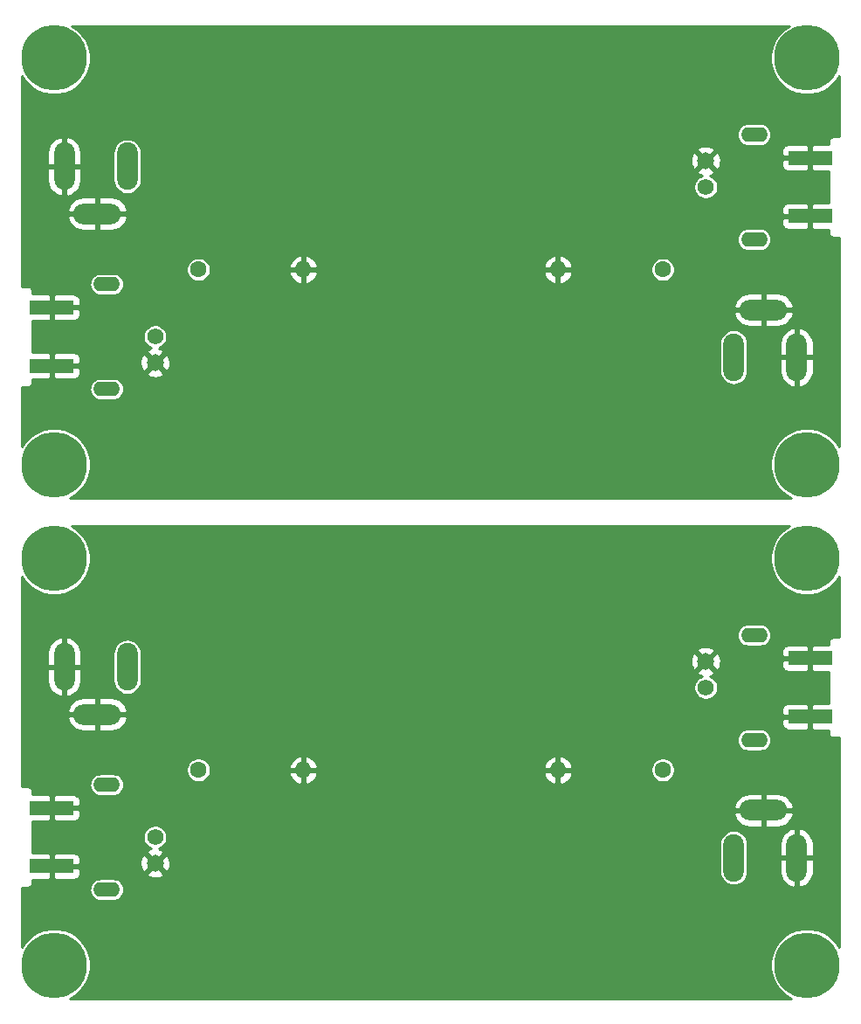
<source format=gbl>
%MOIN*%
%OFA0B0*%
%FSLAX46Y46*%
%IPPOS*%
%LPD*%
%ADD10C,0.062992125984251982*%
%ADD11O,0.062992125984251982X0.062992125984251982*%
%ADD12R,0.16535433070866143X0.053149606299212608*%
%ADD13C,0.062*%
%ADD14C,0.065*%
%ADD15O,0.10236220472440946X0.055118110236220472*%
%ADD16O,0.18110236220472439X0.07874015748031496*%
%ADD17O,0.07874015748031496X0.18110236220472439*%
%ADD18C,0.25*%
%ADD19C,0.035*%
%ADD20C,0.01*%
%ADD21C,0.005905511811023622*%
%ADD32C,0.062992125984251982*%
%ADD33O,0.062992125984251982X0.062992125984251982*%
%ADD34R,0.16535433070866143X0.053149606299212608*%
%ADD35C,0.062*%
%ADD36C,0.065*%
%ADD37O,0.10236220472440946X0.055118110236220472*%
%ADD38O,0.18110236220472439X0.07874015748031496*%
%ADD39O,0.07874015748031496X0.18110236220472439*%
%ADD40C,0.25*%
%ADD41C,0.035*%
%ADD42C,0.01*%
%ADD43C,0.005905511811023622*%
%LPD*%
G01*
D10*
X-0008446456Y0004391125D02*
X0002461614Y0000885826D03*
D11*
X0002061614Y0000885826D03*
D12*
X0000129921Y0000741141D03*
X0000129921Y0000518700D03*
X0003023622Y0001312007D03*
X0003023622Y0001089566D03*
D13*
X0000523622Y0000629921D03*
D14*
X0000523622Y0000529921D03*
D15*
X0000339370Y0000429921D03*
X0000339370Y0000829921D03*
X0002810236Y0001000787D03*
X0002810236Y0001400787D03*
D14*
X0002625984Y0001300787D03*
D13*
X0002625984Y0001200787D03*
D16*
X0000303149Y0001098425D03*
D17*
X0000417322Y0001279527D03*
X0000177165Y0001279527D03*
X0002972440Y0000551181D03*
X0002732283Y0000551181D03*
D16*
X0002846456Y0000732283D03*
D11*
X0001088976Y0000885826D03*
D10*
X0000688976Y0000885826D03*
D18*
X0000137795Y0000141732D03*
X0003011811Y0000141732D03*
X0003011811Y0001692913D03*
X0000137795Y0001692913D03*
D19*
X0001220472Y0000728346D03*
X0001456692Y0000734251D03*
X0001968503Y0001364173D03*
X0000753937Y0001358267D03*
X0002263779Y0001147637D03*
X0002137795Y0001724409D03*
X0002637795Y0000944881D03*
X0000137795Y0000433070D03*
X0000551181Y0000885826D03*
X0002001968Y0000669291D03*
X0003043307Y0001003937D03*
X0002775590Y0001712598D03*
X0002381889Y0001724409D03*
X0001889763Y0001732283D03*
X0001397637Y0001732283D03*
X0000944881Y0001732283D03*
X0000492125Y0001732283D03*
X0000334645Y0001555118D03*
X0000157480Y0000826771D03*
X0000334645Y0001732283D03*
X0000551181Y0000374015D03*
X0000334645Y0000177165D03*
X0002594488Y0001724409D03*
X0001177165Y0001732283D03*
X0002755905Y0000078740D03*
X0002755905Y0000255905D03*
X0001641732Y0001732283D03*
X0000696850Y0001732283D03*
X0002440944Y0000169291D03*
X0002342519Y0000433070D03*
X0000905511Y0000551181D03*
X0001692913Y0001062992D03*
X0001102362Y0001088582D03*
X0000866141Y0001377952D03*
D20*
X0002922566Y0001801658D02*
X0002903065Y0001782158D01*
X0002887744Y0001759228D01*
X0002877191Y0001733749D01*
X0002871810Y0001706702D01*
X0002871810Y0001679124D01*
X0002877191Y0001652076D01*
X0002887744Y0001626598D01*
X0002903065Y0001603668D01*
X0002922566Y0001584168D01*
X0002945496Y0001568847D01*
X0002970974Y0001558293D01*
X0002998022Y0001552913D01*
X0003025599Y0001552913D01*
X0003052647Y0001558293D01*
X0003078125Y0001568847D01*
X0003101055Y0001584168D01*
X0003120556Y0001603668D01*
X0003134637Y0001624743D01*
X0003134637Y0001392921D01*
X0003110971Y0001392921D01*
X0003110236Y0001392993D01*
X0003109501Y0001392921D01*
X0003107301Y0001392704D01*
X0003104480Y0001391848D01*
X0003101879Y0001390458D01*
X0003099600Y0001388588D01*
X0003097730Y0001386309D01*
X0003096340Y0001383708D01*
X0003095484Y0001380887D01*
X0003095195Y0001377952D01*
X0003095267Y0001377217D01*
X0003095267Y0001363684D01*
X0003034872Y0001363582D01*
X0003028622Y0001357332D01*
X0003028622Y0001317007D01*
X0003095267Y0001317007D01*
X0003095267Y0001307007D01*
X0003028622Y0001307007D01*
X0003028622Y0001266683D01*
X0003034872Y0001260433D01*
X0003095267Y0001260330D01*
X0003095267Y0001141243D01*
X0003034872Y0001141141D01*
X0003028622Y0001134891D01*
X0003028622Y0001094566D01*
X0003095267Y0001094566D01*
X0003095267Y0001084566D01*
X0003028622Y0001084566D01*
X0003028622Y0001044242D01*
X0003034872Y0001037992D01*
X0003095267Y0001037889D01*
X0003095267Y0001024357D01*
X0003095195Y0001023622D01*
X0003095484Y0001020687D01*
X0003096340Y0001017866D01*
X0003097730Y0001015265D01*
X0003099600Y0001012986D01*
X0003101879Y0001011115D01*
X0003104480Y0001009726D01*
X0003107301Y0001008870D01*
X0003110236Y0001008581D01*
X0003110971Y0001008653D01*
X0003134637Y0001008653D01*
X0003134637Y0000209902D01*
X0003120556Y0000230977D01*
X0003101055Y0000250477D01*
X0003078125Y0000265798D01*
X0003052647Y0000276352D01*
X0003025599Y0000281732D01*
X0002998022Y0000281732D01*
X0002970974Y0000276352D01*
X0002945496Y0000265798D01*
X0002922566Y0000250477D01*
X0002903065Y0000230977D01*
X0002887744Y0000208047D01*
X0002877191Y0000182568D01*
X0002871810Y0000155521D01*
X0002871810Y0000127943D01*
X0002877191Y0000100895D01*
X0002887744Y0000075417D01*
X0002903065Y0000052487D01*
X0002922566Y0000032987D01*
X0002945496Y0000017665D01*
X0002952008Y0000014968D01*
X0000197598Y0000014968D01*
X0000204110Y0000017665D01*
X0000227040Y0000032987D01*
X0000246540Y0000052487D01*
X0000261861Y0000075417D01*
X0000272415Y0000100895D01*
X0000277795Y0000127943D01*
X0000277795Y0000155521D01*
X0000272415Y0000182568D01*
X0000261861Y0000208047D01*
X0000246540Y0000230977D01*
X0000227040Y0000250477D01*
X0000204110Y0000265798D01*
X0000178631Y0000276352D01*
X0000151584Y0000281732D01*
X0000124006Y0000281732D01*
X0000096958Y0000276352D01*
X0000071480Y0000265798D01*
X0000048550Y0000250477D01*
X0000029050Y0000230977D01*
X0000014968Y0000209902D01*
X0000014968Y0000429921D01*
X0000272983Y0000429921D01*
X0000273804Y0000421578D01*
X0000276238Y0000413555D01*
X0000280190Y0000406162D01*
X0000285508Y0000399681D01*
X0000291989Y0000394363D01*
X0000299382Y0000390411D01*
X0000307405Y0000387977D01*
X0000313657Y0000387362D01*
X0000365082Y0000387362D01*
X0000371335Y0000387977D01*
X0000379357Y0000390411D01*
X0000386751Y0000394363D01*
X0000393231Y0000399681D01*
X0000398549Y0000406162D01*
X0000402501Y0000413555D01*
X0000404935Y0000421578D01*
X0000405757Y0000429921D01*
X0000404935Y0000438264D01*
X0000402501Y0000446286D01*
X0000398549Y0000453680D01*
X0000393231Y0000460160D01*
X0000386751Y0000465478D01*
X0000379357Y0000469430D01*
X0000371335Y0000471864D01*
X0000365082Y0000472480D01*
X0000313657Y0000472480D01*
X0000307405Y0000471864D01*
X0000299382Y0000469430D01*
X0000291989Y0000465478D01*
X0000285508Y0000460160D01*
X0000280190Y0000453680D01*
X0000276238Y0000446286D01*
X0000273804Y0000438264D01*
X0000272983Y0000429921D01*
X0000014968Y0000429921D01*
X0000014968Y0000437787D01*
X0000038635Y0000437787D01*
X0000039370Y0000437714D01*
X0000040105Y0000437787D01*
X0000042304Y0000438003D01*
X0000045125Y0000438859D01*
X0000047726Y0000440249D01*
X0000050005Y0000442120D01*
X0000051876Y0000444399D01*
X0000053266Y0000446999D01*
X0000054121Y0000449821D01*
X0000054410Y0000452755D01*
X0000054338Y0000453490D01*
X0000054338Y0000467017D01*
X0000118671Y0000467125D01*
X0000124921Y0000473375D01*
X0000124921Y0000513700D01*
X0000134921Y0000513700D01*
X0000134921Y0000473375D01*
X0000141171Y0000467125D01*
X0000212598Y0000467005D01*
X0000217499Y0000467487D01*
X0000222211Y0000468917D01*
X0000226554Y0000471238D01*
X0000230361Y0000474362D01*
X0000233485Y0000478169D01*
X0000235807Y0000482512D01*
X0000237236Y0000487225D01*
X0000237521Y0000490121D01*
X0000490893Y0000490121D01*
X0000493833Y0000480414D01*
X0000504064Y0000475553D01*
X0000515046Y0000472782D01*
X0000526358Y0000472207D01*
X0000537565Y0000473850D01*
X0000548236Y0000477648D01*
X0000553410Y0000480414D01*
X0000556350Y0000490121D01*
X0000523622Y0000522850D01*
X0000490893Y0000490121D01*
X0000237521Y0000490121D01*
X0000237719Y0000492125D01*
X0000237598Y0000507450D01*
X0000231348Y0000513700D01*
X0000134921Y0000513700D01*
X0000124921Y0000513700D01*
X0000054338Y0000513700D01*
X0000054338Y0000523700D01*
X0000124921Y0000523700D01*
X0000124921Y0000564025D01*
X0000134921Y0000564025D01*
X0000134921Y0000523700D01*
X0000231348Y0000523700D01*
X0000234832Y0000527184D01*
X0000465908Y0000527184D01*
X0000467551Y0000515978D01*
X0000471348Y0000505307D01*
X0000474114Y0000500132D01*
X0000483822Y0000497192D01*
X0000516550Y0000529921D01*
X0000530693Y0000529921D01*
X0000563421Y0000497192D01*
X0000563871Y0000497329D01*
X0002677913Y0000497329D01*
X0002678700Y0000489341D01*
X0002681808Y0000479092D01*
X0002686857Y0000469647D01*
X0002693651Y0000461368D01*
X0002701930Y0000454574D01*
X0002711376Y0000449525D01*
X0002721625Y0000446416D01*
X0002732283Y0000445366D01*
X0002742941Y0000446416D01*
X0002753190Y0000449525D01*
X0002762635Y0000454574D01*
X0002770914Y0000461368D01*
X0002777709Y0000469647D01*
X0002782757Y0000479092D01*
X0002785866Y0000489341D01*
X0002786653Y0000497328D01*
X0002786653Y0000546181D01*
X0002908070Y0000546181D01*
X0002908070Y0000494999D01*
X0002910283Y0000482538D01*
X0002914884Y0000470747D01*
X0002921697Y0000460080D01*
X0002930459Y0000450947D01*
X0002940836Y0000443700D01*
X0002952426Y0000438616D01*
X0002957463Y0000437396D01*
X0002967440Y0000442095D01*
X0002967440Y0000546181D01*
X0002977440Y0000546181D01*
X0002977440Y0000442095D01*
X0002987418Y0000437396D01*
X0002992454Y0000438616D01*
X0003004045Y0000443700D01*
X0003014421Y0000450947D01*
X0003023184Y0000460080D01*
X0003029997Y0000470747D01*
X0003034598Y0000482538D01*
X0003036811Y0000494999D01*
X0003036811Y0000546181D01*
X0002977440Y0000546181D01*
X0002967440Y0000546181D01*
X0002908070Y0000546181D01*
X0002786653Y0000546181D01*
X0002786653Y0000605033D01*
X0002786424Y0000607362D01*
X0002908070Y0000607362D01*
X0002908070Y0000556181D01*
X0002967440Y0000556181D01*
X0002967440Y0000660266D01*
X0002977440Y0000660266D01*
X0002977440Y0000556181D01*
X0003036811Y0000556181D01*
X0003036811Y0000607362D01*
X0003034598Y0000619824D01*
X0003029997Y0000631614D01*
X0003023184Y0000642281D01*
X0003014421Y0000651414D01*
X0003004045Y0000658661D01*
X0002992454Y0000663745D01*
X0002987418Y0000664965D01*
X0002977440Y0000660266D01*
X0002967440Y0000660266D01*
X0002957463Y0000664965D01*
X0002952426Y0000663745D01*
X0002940836Y0000658661D01*
X0002930459Y0000651414D01*
X0002921697Y0000642281D01*
X0002914884Y0000631614D01*
X0002910283Y0000619824D01*
X0002908070Y0000607362D01*
X0002786424Y0000607362D01*
X0002785866Y0000613020D01*
X0002782757Y0000623269D01*
X0002777709Y0000632714D01*
X0002770914Y0000640993D01*
X0002762636Y0000647787D01*
X0002753190Y0000652836D01*
X0002742941Y0000655945D01*
X0002732283Y0000656995D01*
X0002721625Y0000655945D01*
X0002711376Y0000652836D01*
X0002701930Y0000647787D01*
X0002693652Y0000640993D01*
X0002686857Y0000632714D01*
X0002681809Y0000623269D01*
X0002678700Y0000613020D01*
X0002677913Y0000605033D01*
X0002677913Y0000497329D01*
X0000563871Y0000497329D01*
X0000573129Y0000500132D01*
X0000577989Y0000510363D01*
X0000580760Y0000521345D01*
X0000581335Y0000532657D01*
X0000579692Y0000543864D01*
X0000575895Y0000554535D01*
X0000573129Y0000559709D01*
X0000563421Y0000562649D01*
X0000530693Y0000529921D01*
X0000516550Y0000529921D01*
X0000483822Y0000562649D01*
X0000474114Y0000559709D01*
X0000469254Y0000549479D01*
X0000466483Y0000538496D01*
X0000465908Y0000527184D01*
X0000234832Y0000527184D01*
X0000237598Y0000529950D01*
X0000237719Y0000545275D01*
X0000237236Y0000550176D01*
X0000235807Y0000554888D01*
X0000233485Y0000559232D01*
X0000230361Y0000563038D01*
X0000226554Y0000566162D01*
X0000222211Y0000568484D01*
X0000217499Y0000569913D01*
X0000212598Y0000570396D01*
X0000141171Y0000570275D01*
X0000134921Y0000564025D01*
X0000124921Y0000564025D01*
X0000118671Y0000570275D01*
X0000054338Y0000570384D01*
X0000054338Y0000634451D01*
X0000477622Y0000634451D01*
X0000477622Y0000625390D01*
X0000479389Y0000616503D01*
X0000482857Y0000608132D01*
X0000487891Y0000600597D01*
X0000494298Y0000594190D01*
X0000501832Y0000589156D01*
X0000509568Y0000585952D01*
X0000499007Y0000582194D01*
X0000493833Y0000579428D01*
X0000490893Y0000569720D01*
X0000523622Y0000536992D01*
X0000556350Y0000569720D01*
X0000553410Y0000579428D01*
X0000543180Y0000584288D01*
X0000537263Y0000585781D01*
X0000545411Y0000589156D01*
X0000552945Y0000594190D01*
X0000559352Y0000600597D01*
X0000564386Y0000608132D01*
X0000567854Y0000616503D01*
X0000569622Y0000625390D01*
X0000569622Y0000634451D01*
X0000567854Y0000643338D01*
X0000564386Y0000651710D01*
X0000559352Y0000659244D01*
X0000552945Y0000665651D01*
X0000545411Y0000670685D01*
X0000537039Y0000674153D01*
X0000528152Y0000675921D01*
X0000519091Y0000675921D01*
X0000510204Y0000674153D01*
X0000501832Y0000670685D01*
X0000494298Y0000665651D01*
X0000487891Y0000659244D01*
X0000482857Y0000651710D01*
X0000479389Y0000643338D01*
X0000477622Y0000634451D01*
X0000054338Y0000634451D01*
X0000054338Y0000689457D01*
X0000118671Y0000689566D01*
X0000124921Y0000695816D01*
X0000124921Y0000736141D01*
X0000134921Y0000736141D01*
X0000134921Y0000695816D01*
X0000141171Y0000689566D01*
X0000212598Y0000689445D01*
X0000217499Y0000689928D01*
X0000222211Y0000691358D01*
X0000226554Y0000693679D01*
X0000230361Y0000696803D01*
X0000233485Y0000700610D01*
X0000235807Y0000704953D01*
X0000237236Y0000709666D01*
X0000237719Y0000714566D01*
X0000237697Y0000717305D01*
X0002732672Y0000717305D01*
X0002733891Y0000712269D01*
X0002738975Y0000700678D01*
X0002746223Y0000690302D01*
X0002755356Y0000681539D01*
X0002766022Y0000674726D01*
X0002777813Y0000670125D01*
X0002790275Y0000667913D01*
X0002841456Y0000667913D01*
X0002841456Y0000727283D01*
X0002851456Y0000727283D01*
X0002851456Y0000667913D01*
X0002902637Y0000667913D01*
X0002915099Y0000670125D01*
X0002926890Y0000674726D01*
X0002937557Y0000681539D01*
X0002946689Y0000690302D01*
X0002953937Y0000700678D01*
X0002959021Y0000712269D01*
X0002960241Y0000717305D01*
X0002955542Y0000727283D01*
X0002851456Y0000727283D01*
X0002841456Y0000727283D01*
X0002737370Y0000727283D01*
X0002732672Y0000717305D01*
X0000237697Y0000717305D01*
X0000237598Y0000729891D01*
X0000231348Y0000736141D01*
X0000134921Y0000736141D01*
X0000124921Y0000736141D01*
X0000054338Y0000736141D01*
X0000054338Y0000746141D01*
X0000124921Y0000746141D01*
X0000124921Y0000786466D01*
X0000134921Y0000786466D01*
X0000134921Y0000746141D01*
X0000231348Y0000746141D01*
X0000232467Y0000747261D01*
X0002732672Y0000747261D01*
X0002737370Y0000737283D01*
X0002841456Y0000737283D01*
X0002841456Y0000796653D01*
X0002851456Y0000796653D01*
X0002851456Y0000737283D01*
X0002955542Y0000737283D01*
X0002960241Y0000747261D01*
X0002959021Y0000752297D01*
X0002953937Y0000763888D01*
X0002946689Y0000774264D01*
X0002937557Y0000783027D01*
X0002926890Y0000789840D01*
X0002915099Y0000794441D01*
X0002902637Y0000796653D01*
X0002851456Y0000796653D01*
X0002841456Y0000796653D01*
X0002790275Y0000796653D01*
X0002777813Y0000794441D01*
X0002766022Y0000789840D01*
X0002755356Y0000783027D01*
X0002746223Y0000774264D01*
X0002738975Y0000763888D01*
X0002733891Y0000752297D01*
X0002732672Y0000747261D01*
X0000232467Y0000747261D01*
X0000237598Y0000752391D01*
X0000237719Y0000767716D01*
X0000237236Y0000772617D01*
X0000235807Y0000777329D01*
X0000233485Y0000781672D01*
X0000230361Y0000785479D01*
X0000226554Y0000788603D01*
X0000222211Y0000790925D01*
X0000217499Y0000792354D01*
X0000212598Y0000792837D01*
X0000141171Y0000792716D01*
X0000134921Y0000786466D01*
X0000124921Y0000786466D01*
X0000118671Y0000792716D01*
X0000054338Y0000792825D01*
X0000054338Y0000806351D01*
X0000054410Y0000807086D01*
X0000054121Y0000810020D01*
X0000053266Y0000812842D01*
X0000051876Y0000815442D01*
X0000050005Y0000817722D01*
X0000047726Y0000819592D01*
X0000045125Y0000820982D01*
X0000042304Y0000821838D01*
X0000040105Y0000822055D01*
X0000039370Y0000822127D01*
X0000038635Y0000822055D01*
X0000014968Y0000822055D01*
X0000014968Y0000829921D01*
X0000272983Y0000829921D01*
X0000273804Y0000821578D01*
X0000276238Y0000813555D01*
X0000280190Y0000806162D01*
X0000285508Y0000799681D01*
X0000291989Y0000794363D01*
X0000299382Y0000790411D01*
X0000307405Y0000787977D01*
X0000313657Y0000787362D01*
X0000365082Y0000787362D01*
X0000371335Y0000787977D01*
X0000379357Y0000790411D01*
X0000386751Y0000794363D01*
X0000393231Y0000799681D01*
X0000398549Y0000806162D01*
X0000402501Y0000813555D01*
X0000404935Y0000821578D01*
X0000405757Y0000829921D01*
X0000404935Y0000838264D01*
X0000402501Y0000846286D01*
X0000398549Y0000853680D01*
X0000393231Y0000860160D01*
X0000386751Y0000865478D01*
X0000379357Y0000869430D01*
X0000371335Y0000871864D01*
X0000365082Y0000872480D01*
X0000313657Y0000872480D01*
X0000307405Y0000871864D01*
X0000299382Y0000869430D01*
X0000291989Y0000865478D01*
X0000285508Y0000860160D01*
X0000280190Y0000853680D01*
X0000276238Y0000846286D01*
X0000273804Y0000838264D01*
X0000272983Y0000829921D01*
X0000014968Y0000829921D01*
X0000014968Y0000890406D01*
X0000642480Y0000890406D01*
X0000642480Y0000881247D01*
X0000644267Y0000872264D01*
X0000647772Y0000863802D01*
X0000652860Y0000856187D01*
X0000659336Y0000849710D01*
X0000666952Y0000844622D01*
X0000675413Y0000841117D01*
X0000684396Y0000839330D01*
X0000693555Y0000839330D01*
X0000702538Y0000841117D01*
X0000711000Y0000844622D01*
X0000718615Y0000849710D01*
X0000725092Y0000856187D01*
X0000730180Y0000863802D01*
X0000733611Y0000872085D01*
X0001034177Y0000872085D01*
X0001035777Y0000866807D01*
X0001040510Y0000856794D01*
X0001047105Y0000847897D01*
X0001055309Y0000840457D01*
X0001064807Y0000834760D01*
X0001075234Y0000831027D01*
X0001083976Y0000835802D01*
X0001083976Y0000880826D01*
X0001093976Y0000880826D01*
X0001093976Y0000835802D01*
X0001102718Y0000831027D01*
X0001113144Y0000834760D01*
X0001122642Y0000840457D01*
X0001130847Y0000847897D01*
X0001137442Y0000856794D01*
X0001142175Y0000866807D01*
X0001143775Y0000872085D01*
X0002006814Y0000872085D01*
X0002008415Y0000866807D01*
X0002013148Y0000856794D01*
X0002019743Y0000847897D01*
X0002027947Y0000840457D01*
X0002037445Y0000834760D01*
X0002047872Y0000831027D01*
X0002056614Y0000835802D01*
X0002056614Y0000880826D01*
X0002066614Y0000880826D01*
X0002066614Y0000835802D01*
X0002075355Y0000831027D01*
X0002085782Y0000834760D01*
X0002095280Y0000840457D01*
X0002103485Y0000847897D01*
X0002110080Y0000856794D01*
X0002114812Y0000866807D01*
X0002116413Y0000872085D01*
X0002111610Y0000880826D01*
X0002066614Y0000880826D01*
X0002056614Y0000880826D01*
X0002011617Y0000880826D01*
X0002006814Y0000872085D01*
X0001143775Y0000872085D01*
X0001138972Y0000880826D01*
X0001093976Y0000880826D01*
X0001083976Y0000880826D01*
X0001038979Y0000880826D01*
X0001034177Y0000872085D01*
X0000733611Y0000872085D01*
X0000733685Y0000872264D01*
X0000735472Y0000881247D01*
X0000735472Y0000890406D01*
X0002415118Y0000890406D01*
X0002415118Y0000881247D01*
X0002416904Y0000872264D01*
X0002420409Y0000863802D01*
X0002425498Y0000856187D01*
X0002431974Y0000849710D01*
X0002439590Y0000844622D01*
X0002448051Y0000841117D01*
X0002457034Y0000839330D01*
X0002466193Y0000839330D01*
X0002475176Y0000841117D01*
X0002483638Y0000844622D01*
X0002491253Y0000849710D01*
X0002497730Y0000856187D01*
X0002502818Y0000863802D01*
X0002506323Y0000872264D01*
X0002508110Y0000881247D01*
X0002508110Y0000890406D01*
X0002506323Y0000899389D01*
X0002502818Y0000907850D01*
X0002497730Y0000915466D01*
X0002491253Y0000921942D01*
X0002483638Y0000927031D01*
X0002475176Y0000930535D01*
X0002466193Y0000932322D01*
X0002457034Y0000932322D01*
X0002448051Y0000930535D01*
X0002439590Y0000927031D01*
X0002431974Y0000921942D01*
X0002425498Y0000915466D01*
X0002420409Y0000907850D01*
X0002416904Y0000899389D01*
X0002415118Y0000890406D01*
X0000735472Y0000890406D01*
X0000733685Y0000899389D01*
X0000733611Y0000899568D01*
X0001034177Y0000899568D01*
X0001038979Y0000890826D01*
X0001083976Y0000890826D01*
X0001083976Y0000935851D01*
X0001093976Y0000935851D01*
X0001093976Y0000890826D01*
X0001138972Y0000890826D01*
X0001143775Y0000899568D01*
X0002006814Y0000899568D01*
X0002011617Y0000890826D01*
X0002056614Y0000890826D01*
X0002056614Y0000935851D01*
X0002066614Y0000935851D01*
X0002066614Y0000890826D01*
X0002111610Y0000890826D01*
X0002116413Y0000899568D01*
X0002114812Y0000904845D01*
X0002110080Y0000914859D01*
X0002103485Y0000923756D01*
X0002095280Y0000931196D01*
X0002085782Y0000936892D01*
X0002075355Y0000940626D01*
X0002066614Y0000935851D01*
X0002056614Y0000935851D01*
X0002047872Y0000940626D01*
X0002037445Y0000936892D01*
X0002027947Y0000931196D01*
X0002019743Y0000923756D01*
X0002013148Y0000914859D01*
X0002008415Y0000904845D01*
X0002006814Y0000899568D01*
X0001143775Y0000899568D01*
X0001142175Y0000904845D01*
X0001137442Y0000914859D01*
X0001130847Y0000923756D01*
X0001122642Y0000931196D01*
X0001113144Y0000936892D01*
X0001102718Y0000940626D01*
X0001093976Y0000935851D01*
X0001083976Y0000935851D01*
X0001075234Y0000940626D01*
X0001064807Y0000936892D01*
X0001055309Y0000931196D01*
X0001047105Y0000923756D01*
X0001040510Y0000914859D01*
X0001035777Y0000904845D01*
X0001034177Y0000899568D01*
X0000733611Y0000899568D01*
X0000730180Y0000907850D01*
X0000725092Y0000915466D01*
X0000718615Y0000921942D01*
X0000711000Y0000927031D01*
X0000702538Y0000930535D01*
X0000693555Y0000932322D01*
X0000684396Y0000932322D01*
X0000675413Y0000930535D01*
X0000666952Y0000927031D01*
X0000659336Y0000921942D01*
X0000652860Y0000915466D01*
X0000647772Y0000907850D01*
X0000644267Y0000899389D01*
X0000642480Y0000890406D01*
X0000014968Y0000890406D01*
X0000014968Y0001000787D01*
X0002743849Y0001000787D01*
X0002744670Y0000992444D01*
X0002747104Y0000984421D01*
X0002751056Y0000977028D01*
X0002756374Y0000970547D01*
X0002762855Y0000965229D01*
X0002770248Y0000961277D01*
X0002778271Y0000958844D01*
X0002784523Y0000958228D01*
X0002835948Y0000958228D01*
X0002842201Y0000958844D01*
X0002850223Y0000961277D01*
X0002857617Y0000965229D01*
X0002864097Y0000970547D01*
X0002869415Y0000977028D01*
X0002873367Y0000984421D01*
X0002875801Y0000992444D01*
X0002876623Y0001000787D01*
X0002875801Y0001009130D01*
X0002873367Y0001017152D01*
X0002869415Y0001024546D01*
X0002864097Y0001031026D01*
X0002857617Y0001036345D01*
X0002850223Y0001040297D01*
X0002842201Y0001042730D01*
X0002835948Y0001043346D01*
X0002784523Y0001043346D01*
X0002778271Y0001042730D01*
X0002770248Y0001040297D01*
X0002762855Y0001036345D01*
X0002756374Y0001031026D01*
X0002751056Y0001024546D01*
X0002747104Y0001017152D01*
X0002744670Y0001009130D01*
X0002743849Y0001000787D01*
X0000014968Y0001000787D01*
X0000014968Y0001083447D01*
X0000189365Y0001083447D01*
X0000190584Y0001078411D01*
X0000195668Y0001066820D01*
X0000202916Y0001056444D01*
X0000212049Y0001047681D01*
X0000222715Y0001040868D01*
X0000234506Y0001036267D01*
X0000246968Y0001034055D01*
X0000298149Y0001034055D01*
X0000298149Y0001093425D01*
X0000308149Y0001093425D01*
X0000308149Y0001034055D01*
X0000359330Y0001034055D01*
X0000371792Y0001036267D01*
X0000383583Y0001040868D01*
X0000394250Y0001047681D01*
X0000403382Y0001056444D01*
X0000407956Y0001062992D01*
X0002915823Y0001062992D01*
X0002916306Y0001058091D01*
X0002917736Y0001053378D01*
X0002920057Y0001049035D01*
X0002923181Y0001045228D01*
X0002926988Y0001042104D01*
X0002931331Y0001039783D01*
X0002936044Y0001038353D01*
X0002940944Y0001037871D01*
X0003012372Y0001037992D01*
X0003018622Y0001044242D01*
X0003018622Y0001084566D01*
X0002922194Y0001084566D01*
X0002915944Y0001078316D01*
X0002915823Y0001062992D01*
X0000407956Y0001062992D01*
X0000410630Y0001066820D01*
X0000415714Y0001078411D01*
X0000416934Y0001083447D01*
X0000412235Y0001093425D01*
X0000308149Y0001093425D01*
X0000298149Y0001093425D01*
X0000194063Y0001093425D01*
X0000189365Y0001083447D01*
X0000014968Y0001083447D01*
X0000014968Y0001113402D01*
X0000189365Y0001113402D01*
X0000194063Y0001103425D01*
X0000298149Y0001103425D01*
X0000298149Y0001162795D01*
X0000308149Y0001162795D01*
X0000308149Y0001103425D01*
X0000412235Y0001103425D01*
X0000416934Y0001113402D01*
X0000416270Y0001116141D01*
X0002915823Y0001116141D01*
X0002915944Y0001100816D01*
X0002922194Y0001094566D01*
X0003018622Y0001094566D01*
X0003018622Y0001134891D01*
X0003012372Y0001141141D01*
X0002940944Y0001141262D01*
X0002936044Y0001140779D01*
X0002931331Y0001139350D01*
X0002926988Y0001137029D01*
X0002923181Y0001133904D01*
X0002920057Y0001130098D01*
X0002917736Y0001125755D01*
X0002916306Y0001121042D01*
X0002915823Y0001116141D01*
X0000416270Y0001116141D01*
X0000415714Y0001118439D01*
X0000410630Y0001130029D01*
X0000403382Y0001140406D01*
X0000394250Y0001149169D01*
X0000383583Y0001155981D01*
X0000371792Y0001160582D01*
X0000359330Y0001162795D01*
X0000308149Y0001162795D01*
X0000298149Y0001162795D01*
X0000246968Y0001162795D01*
X0000234506Y0001160582D01*
X0000222715Y0001155981D01*
X0000212049Y0001149169D01*
X0000202916Y0001140406D01*
X0000195668Y0001130029D01*
X0000190584Y0001118439D01*
X0000189365Y0001113402D01*
X0000014968Y0001113402D01*
X0000014968Y0001274527D01*
X0000112795Y0001274527D01*
X0000112795Y0001223346D01*
X0000115007Y0001210884D01*
X0000119608Y0001199093D01*
X0000126421Y0001188427D01*
X0000135184Y0001179294D01*
X0000145560Y0001172046D01*
X0000157151Y0001166962D01*
X0000162187Y0001165743D01*
X0000172165Y0001170441D01*
X0000172165Y0001274527D01*
X0000182165Y0001274527D01*
X0000182165Y0001170441D01*
X0000192143Y0001165743D01*
X0000197179Y0001166962D01*
X0000208770Y0001172046D01*
X0000219146Y0001179294D01*
X0000227909Y0001188427D01*
X0000234722Y0001199093D01*
X0000239323Y0001210884D01*
X0000241535Y0001223346D01*
X0000241535Y0001274527D01*
X0000182165Y0001274527D01*
X0000172165Y0001274527D01*
X0000112795Y0001274527D01*
X0000014968Y0001274527D01*
X0000014968Y0001335708D01*
X0000112795Y0001335708D01*
X0000112795Y0001284527D01*
X0000172165Y0001284527D01*
X0000172165Y0001388613D01*
X0000182165Y0001388613D01*
X0000182165Y0001284527D01*
X0000241535Y0001284527D01*
X0000241535Y0001333379D01*
X0000362952Y0001333379D01*
X0000362952Y0001225675D01*
X0000363739Y0001217688D01*
X0000366848Y0001207439D01*
X0000371897Y0001197993D01*
X0000378691Y0001189715D01*
X0000386970Y0001182920D01*
X0000396415Y0001177871D01*
X0000406664Y0001174763D01*
X0000417322Y0001173713D01*
X0000427981Y0001174763D01*
X0000438230Y0001177871D01*
X0000447675Y0001182920D01*
X0000455954Y0001189715D01*
X0000462748Y0001197993D01*
X0000466663Y0001205317D01*
X0002579984Y0001205317D01*
X0002579984Y0001196256D01*
X0002581752Y0001187369D01*
X0002585219Y0001178998D01*
X0002590253Y0001171464D01*
X0002596660Y0001165056D01*
X0002604195Y0001160022D01*
X0002612566Y0001156555D01*
X0002621453Y0001154787D01*
X0002630514Y0001154787D01*
X0002639401Y0001156555D01*
X0002647773Y0001160022D01*
X0002655307Y0001165056D01*
X0002661714Y0001171464D01*
X0002666748Y0001178998D01*
X0002670216Y0001187369D01*
X0002671984Y0001196256D01*
X0002671984Y0001205317D01*
X0002670216Y0001214205D01*
X0002666748Y0001222576D01*
X0002661714Y0001230110D01*
X0002655307Y0001236517D01*
X0002647773Y0001241552D01*
X0002640038Y0001244756D01*
X0002650598Y0001248514D01*
X0002655772Y0001251280D01*
X0002658712Y0001260987D01*
X0002625984Y0001293716D01*
X0002593255Y0001260987D01*
X0002596195Y0001251280D01*
X0002606426Y0001246420D01*
X0002612343Y0001244927D01*
X0002604195Y0001241552D01*
X0002596660Y0001236517D01*
X0002590253Y0001230110D01*
X0002585219Y0001222576D01*
X0002581752Y0001214205D01*
X0002579984Y0001205317D01*
X0000466663Y0001205317D01*
X0000467797Y0001207439D01*
X0000470906Y0001217688D01*
X0000471692Y0001225675D01*
X0000471692Y0001298051D01*
X0002568270Y0001298051D01*
X0002569913Y0001286844D01*
X0002573711Y0001276173D01*
X0002576477Y0001270998D01*
X0002586184Y0001268058D01*
X0002618913Y0001300787D01*
X0002633055Y0001300787D01*
X0002665783Y0001268058D01*
X0002675491Y0001270998D01*
X0002680351Y0001281229D01*
X0002681412Y0001285433D01*
X0002915823Y0001285433D01*
X0002916306Y0001280532D01*
X0002917736Y0001275819D01*
X0002920057Y0001271476D01*
X0002923181Y0001267669D01*
X0002926988Y0001264545D01*
X0002931331Y0001262224D01*
X0002936044Y0001260794D01*
X0002940944Y0001260312D01*
X0003012372Y0001260433D01*
X0003018622Y0001266683D01*
X0003018622Y0001307007D01*
X0002922194Y0001307007D01*
X0002915944Y0001300757D01*
X0002915823Y0001285433D01*
X0002681412Y0001285433D01*
X0002683122Y0001292211D01*
X0002683697Y0001303523D01*
X0002682054Y0001314730D01*
X0002678257Y0001325401D01*
X0002675491Y0001330576D01*
X0002665783Y0001333515D01*
X0002633055Y0001300787D01*
X0002618913Y0001300787D01*
X0002586184Y0001333515D01*
X0002576477Y0001330576D01*
X0002571616Y0001320345D01*
X0002568845Y0001309362D01*
X0002568270Y0001298051D01*
X0000471692Y0001298051D01*
X0000471692Y0001333379D01*
X0000470983Y0001340586D01*
X0002593255Y0001340586D01*
X0002625984Y0001307858D01*
X0002656708Y0001338582D01*
X0002915823Y0001338582D01*
X0002915944Y0001323257D01*
X0002922194Y0001317007D01*
X0003018622Y0001317007D01*
X0003018622Y0001357332D01*
X0003012372Y0001363582D01*
X0002940944Y0001363703D01*
X0002936044Y0001363220D01*
X0002931331Y0001361791D01*
X0002926988Y0001359469D01*
X0002923181Y0001356345D01*
X0002920057Y0001352539D01*
X0002917736Y0001348196D01*
X0002916306Y0001343483D01*
X0002915823Y0001338582D01*
X0002656708Y0001338582D01*
X0002658712Y0001340586D01*
X0002655772Y0001350294D01*
X0002645542Y0001355154D01*
X0002634559Y0001357925D01*
X0002623247Y0001358500D01*
X0002612041Y0001356857D01*
X0002601370Y0001353060D01*
X0002596195Y0001350294D01*
X0002593255Y0001340586D01*
X0000470983Y0001340586D01*
X0000470906Y0001341367D01*
X0000467797Y0001351615D01*
X0000462748Y0001361061D01*
X0000455954Y0001369340D01*
X0000447675Y0001376134D01*
X0000438230Y0001381183D01*
X0000427981Y0001384292D01*
X0000417322Y0001385341D01*
X0000406664Y0001384292D01*
X0000396415Y0001381183D01*
X0000386970Y0001376134D01*
X0000378691Y0001369340D01*
X0000371897Y0001361061D01*
X0000366848Y0001351615D01*
X0000363739Y0001341367D01*
X0000362952Y0001333379D01*
X0000241535Y0001333379D01*
X0000241535Y0001335708D01*
X0000239323Y0001348170D01*
X0000234722Y0001359961D01*
X0000227909Y0001370628D01*
X0000219146Y0001379760D01*
X0000208770Y0001387008D01*
X0000197179Y0001392092D01*
X0000192143Y0001393311D01*
X0000182165Y0001388613D01*
X0000172165Y0001388613D01*
X0000162187Y0001393311D01*
X0000157151Y0001392092D01*
X0000145560Y0001387008D01*
X0000135184Y0001379760D01*
X0000126421Y0001370628D01*
X0000119608Y0001359961D01*
X0000115007Y0001348170D01*
X0000112795Y0001335708D01*
X0000014968Y0001335708D01*
X0000014968Y0001400787D01*
X0002743849Y0001400787D01*
X0002744670Y0001392444D01*
X0002747104Y0001384421D01*
X0002751056Y0001377028D01*
X0002756374Y0001370547D01*
X0002762855Y0001365229D01*
X0002770248Y0001361277D01*
X0002778271Y0001358844D01*
X0002784523Y0001358228D01*
X0002835948Y0001358228D01*
X0002842201Y0001358844D01*
X0002850223Y0001361277D01*
X0002857617Y0001365229D01*
X0002864097Y0001370547D01*
X0002869415Y0001377028D01*
X0002873367Y0001384421D01*
X0002875801Y0001392444D01*
X0002876623Y0001400787D01*
X0002875801Y0001409130D01*
X0002873367Y0001417152D01*
X0002869415Y0001424546D01*
X0002864097Y0001431026D01*
X0002857617Y0001436345D01*
X0002850223Y0001440297D01*
X0002842201Y0001442730D01*
X0002835948Y0001443346D01*
X0002784523Y0001443346D01*
X0002778271Y0001442730D01*
X0002770248Y0001440297D01*
X0002762855Y0001436345D01*
X0002756374Y0001431026D01*
X0002751056Y0001424546D01*
X0002747104Y0001417152D01*
X0002744670Y0001409130D01*
X0002743849Y0001400787D01*
X0000014968Y0001400787D01*
X0000014968Y0001624743D01*
X0000029050Y0001603668D01*
X0000048550Y0001584168D01*
X0000071480Y0001568847D01*
X0000096958Y0001558293D01*
X0000124006Y0001552913D01*
X0000151584Y0001552913D01*
X0000178631Y0001558293D01*
X0000204110Y0001568847D01*
X0000227040Y0001584168D01*
X0000246540Y0001603668D01*
X0000261861Y0001626598D01*
X0000272415Y0001652076D01*
X0000277795Y0001679124D01*
X0000277795Y0001706702D01*
X0000272415Y0001733749D01*
X0000261861Y0001759228D01*
X0000246540Y0001782158D01*
X0000227040Y0001801658D01*
X0000205965Y0001815740D01*
X0002943640Y0001815740D01*
X0002922566Y0001801658D01*
D21*
G36*
X0002922566Y0001801658D02*
G01*
X0002903065Y0001782158D01*
X0002887744Y0001759228D01*
X0002877191Y0001733749D01*
X0002871810Y0001706702D01*
X0002871810Y0001679124D01*
X0002877191Y0001652076D01*
X0002887744Y0001626598D01*
X0002903065Y0001603668D01*
X0002922566Y0001584168D01*
X0002945496Y0001568847D01*
X0002970974Y0001558293D01*
X0002998022Y0001552913D01*
X0003025599Y0001552913D01*
X0003052647Y0001558293D01*
X0003078125Y0001568847D01*
X0003101055Y0001584168D01*
X0003120556Y0001603668D01*
X0003134637Y0001624743D01*
X0003134637Y0001392921D01*
X0003110971Y0001392921D01*
X0003110236Y0001392993D01*
X0003109501Y0001392921D01*
X0003107301Y0001392704D01*
X0003104480Y0001391848D01*
X0003101879Y0001390458D01*
X0003099600Y0001388588D01*
X0003097730Y0001386309D01*
X0003096340Y0001383708D01*
X0003095484Y0001380887D01*
X0003095195Y0001377952D01*
X0003095267Y0001377217D01*
X0003095267Y0001363684D01*
X0003034872Y0001363582D01*
X0003028622Y0001357332D01*
X0003028622Y0001317007D01*
X0003095267Y0001317007D01*
X0003095267Y0001307007D01*
X0003028622Y0001307007D01*
X0003028622Y0001266683D01*
X0003034872Y0001260433D01*
X0003095267Y0001260330D01*
X0003095267Y0001141243D01*
X0003034872Y0001141141D01*
X0003028622Y0001134891D01*
X0003028622Y0001094566D01*
X0003095267Y0001094566D01*
X0003095267Y0001084566D01*
X0003028622Y0001084566D01*
X0003028622Y0001044242D01*
X0003034872Y0001037992D01*
X0003095267Y0001037889D01*
X0003095267Y0001024357D01*
X0003095195Y0001023622D01*
X0003095484Y0001020687D01*
X0003096340Y0001017866D01*
X0003097730Y0001015265D01*
X0003099600Y0001012986D01*
X0003101879Y0001011115D01*
X0003104480Y0001009726D01*
X0003107301Y0001008870D01*
X0003110236Y0001008581D01*
X0003110971Y0001008653D01*
X0003134637Y0001008653D01*
X0003134637Y0000209902D01*
X0003120556Y0000230977D01*
X0003101055Y0000250477D01*
X0003078125Y0000265798D01*
X0003052647Y0000276352D01*
X0003025599Y0000281732D01*
X0002998022Y0000281732D01*
X0002970974Y0000276352D01*
X0002945496Y0000265798D01*
X0002922566Y0000250477D01*
X0002903065Y0000230977D01*
X0002887744Y0000208047D01*
X0002877191Y0000182568D01*
X0002871810Y0000155521D01*
X0002871810Y0000127943D01*
X0002877191Y0000100895D01*
X0002887744Y0000075417D01*
X0002903065Y0000052487D01*
X0002922566Y0000032987D01*
X0002945496Y0000017665D01*
X0002952008Y0000014968D01*
X0000197598Y0000014968D01*
X0000204110Y0000017665D01*
X0000227040Y0000032987D01*
X0000246540Y0000052487D01*
X0000261861Y0000075417D01*
X0000272415Y0000100895D01*
X0000277795Y0000127943D01*
X0000277795Y0000155521D01*
X0000272415Y0000182568D01*
X0000261861Y0000208047D01*
X0000246540Y0000230977D01*
X0000227040Y0000250477D01*
X0000204110Y0000265798D01*
X0000178631Y0000276352D01*
X0000151584Y0000281732D01*
X0000124006Y0000281732D01*
X0000096958Y0000276352D01*
X0000071480Y0000265798D01*
X0000048550Y0000250477D01*
X0000029050Y0000230977D01*
X0000014968Y0000209902D01*
X0000014968Y0000429921D01*
X0000272983Y0000429921D01*
X0000273804Y0000421578D01*
X0000276238Y0000413555D01*
X0000280190Y0000406162D01*
X0000285508Y0000399681D01*
X0000291989Y0000394363D01*
X0000299382Y0000390411D01*
X0000307405Y0000387977D01*
X0000313657Y0000387362D01*
X0000365082Y0000387362D01*
X0000371335Y0000387977D01*
X0000379357Y0000390411D01*
X0000386751Y0000394363D01*
X0000393231Y0000399681D01*
X0000398549Y0000406162D01*
X0000402501Y0000413555D01*
X0000404935Y0000421578D01*
X0000405757Y0000429921D01*
X0000404935Y0000438264D01*
X0000402501Y0000446286D01*
X0000398549Y0000453680D01*
X0000393231Y0000460160D01*
X0000386751Y0000465478D01*
X0000379357Y0000469430D01*
X0000371335Y0000471864D01*
X0000365082Y0000472480D01*
X0000313657Y0000472480D01*
X0000307405Y0000471864D01*
X0000299382Y0000469430D01*
X0000291989Y0000465478D01*
X0000285508Y0000460160D01*
X0000280190Y0000453680D01*
X0000276238Y0000446286D01*
X0000273804Y0000438264D01*
X0000272983Y0000429921D01*
X0000014968Y0000429921D01*
X0000014968Y0000437787D01*
X0000038635Y0000437787D01*
X0000039370Y0000437714D01*
X0000040105Y0000437787D01*
X0000042304Y0000438003D01*
X0000045125Y0000438859D01*
X0000047726Y0000440249D01*
X0000050005Y0000442120D01*
X0000051876Y0000444399D01*
X0000053266Y0000446999D01*
X0000054121Y0000449821D01*
X0000054410Y0000452755D01*
X0000054338Y0000453490D01*
X0000054338Y0000467017D01*
X0000118671Y0000467125D01*
X0000124921Y0000473375D01*
X0000124921Y0000513700D01*
X0000134921Y0000513700D01*
X0000134921Y0000473375D01*
X0000141171Y0000467125D01*
X0000212598Y0000467005D01*
X0000217499Y0000467487D01*
X0000222211Y0000468917D01*
X0000226554Y0000471238D01*
X0000230361Y0000474362D01*
X0000233485Y0000478169D01*
X0000235807Y0000482512D01*
X0000237236Y0000487225D01*
X0000237521Y0000490121D01*
X0000490893Y0000490121D01*
X0000493833Y0000480414D01*
X0000504064Y0000475553D01*
X0000515046Y0000472782D01*
X0000526358Y0000472207D01*
X0000537565Y0000473850D01*
X0000548236Y0000477648D01*
X0000553410Y0000480414D01*
X0000556350Y0000490121D01*
X0000523622Y0000522850D01*
X0000490893Y0000490121D01*
X0000237521Y0000490121D01*
X0000237719Y0000492125D01*
X0000237598Y0000507450D01*
X0000231348Y0000513700D01*
X0000134921Y0000513700D01*
X0000124921Y0000513700D01*
X0000054338Y0000513700D01*
X0000054338Y0000523700D01*
X0000124921Y0000523700D01*
X0000124921Y0000564025D01*
X0000134921Y0000564025D01*
X0000134921Y0000523700D01*
X0000231348Y0000523700D01*
X0000234832Y0000527184D01*
X0000465908Y0000527184D01*
X0000467551Y0000515978D01*
X0000471348Y0000505307D01*
X0000474114Y0000500132D01*
X0000483822Y0000497192D01*
X0000516550Y0000529921D01*
X0000530693Y0000529921D01*
X0000563421Y0000497192D01*
X0000563871Y0000497329D01*
X0002677913Y0000497329D01*
X0002678700Y0000489341D01*
X0002681808Y0000479092D01*
X0002686857Y0000469647D01*
X0002693651Y0000461368D01*
X0002701930Y0000454574D01*
X0002711376Y0000449525D01*
X0002721625Y0000446416D01*
X0002732283Y0000445366D01*
X0002742941Y0000446416D01*
X0002753190Y0000449525D01*
X0002762635Y0000454574D01*
X0002770914Y0000461368D01*
X0002777709Y0000469647D01*
X0002782757Y0000479092D01*
X0002785866Y0000489341D01*
X0002786653Y0000497328D01*
X0002786653Y0000546181D01*
X0002908070Y0000546181D01*
X0002908070Y0000494999D01*
X0002910283Y0000482538D01*
X0002914884Y0000470747D01*
X0002921697Y0000460080D01*
X0002930459Y0000450947D01*
X0002940836Y0000443700D01*
X0002952426Y0000438616D01*
X0002957463Y0000437396D01*
X0002967440Y0000442095D01*
X0002967440Y0000546181D01*
X0002977440Y0000546181D01*
X0002977440Y0000442095D01*
X0002987418Y0000437396D01*
X0002992454Y0000438616D01*
X0003004045Y0000443700D01*
X0003014421Y0000450947D01*
X0003023184Y0000460080D01*
X0003029997Y0000470747D01*
X0003034598Y0000482538D01*
X0003036811Y0000494999D01*
X0003036811Y0000546181D01*
X0002977440Y0000546181D01*
X0002967440Y0000546181D01*
X0002908070Y0000546181D01*
X0002786653Y0000546181D01*
X0002786653Y0000605033D01*
X0002786424Y0000607362D01*
X0002908070Y0000607362D01*
X0002908070Y0000556181D01*
X0002967440Y0000556181D01*
X0002967440Y0000660266D01*
X0002977440Y0000660266D01*
X0002977440Y0000556181D01*
X0003036811Y0000556181D01*
X0003036811Y0000607362D01*
X0003034598Y0000619824D01*
X0003029997Y0000631614D01*
X0003023184Y0000642281D01*
X0003014421Y0000651414D01*
X0003004045Y0000658661D01*
X0002992454Y0000663745D01*
X0002987418Y0000664965D01*
X0002977440Y0000660266D01*
X0002967440Y0000660266D01*
X0002957463Y0000664965D01*
X0002952426Y0000663745D01*
X0002940836Y0000658661D01*
X0002930459Y0000651414D01*
X0002921697Y0000642281D01*
X0002914884Y0000631614D01*
X0002910283Y0000619824D01*
X0002908070Y0000607362D01*
X0002786424Y0000607362D01*
X0002785866Y0000613020D01*
X0002782757Y0000623269D01*
X0002777709Y0000632714D01*
X0002770914Y0000640993D01*
X0002762636Y0000647787D01*
X0002753190Y0000652836D01*
X0002742941Y0000655945D01*
X0002732283Y0000656995D01*
X0002721625Y0000655945D01*
X0002711376Y0000652836D01*
X0002701930Y0000647787D01*
X0002693652Y0000640993D01*
X0002686857Y0000632714D01*
X0002681809Y0000623269D01*
X0002678700Y0000613020D01*
X0002677913Y0000605033D01*
X0002677913Y0000497329D01*
X0000563871Y0000497329D01*
X0000573129Y0000500132D01*
X0000577989Y0000510363D01*
X0000580760Y0000521345D01*
X0000581335Y0000532657D01*
X0000579692Y0000543864D01*
X0000575895Y0000554535D01*
X0000573129Y0000559709D01*
X0000563421Y0000562649D01*
X0000530693Y0000529921D01*
X0000516550Y0000529921D01*
X0000483822Y0000562649D01*
X0000474114Y0000559709D01*
X0000469254Y0000549479D01*
X0000466483Y0000538496D01*
X0000465908Y0000527184D01*
X0000234832Y0000527184D01*
X0000237598Y0000529950D01*
X0000237719Y0000545275D01*
X0000237236Y0000550176D01*
X0000235807Y0000554888D01*
X0000233485Y0000559232D01*
X0000230361Y0000563038D01*
X0000226554Y0000566162D01*
X0000222211Y0000568484D01*
X0000217499Y0000569913D01*
X0000212598Y0000570396D01*
X0000141171Y0000570275D01*
X0000134921Y0000564025D01*
X0000124921Y0000564025D01*
X0000118671Y0000570275D01*
X0000054338Y0000570384D01*
X0000054338Y0000634451D01*
X0000477622Y0000634451D01*
X0000477622Y0000625390D01*
X0000479389Y0000616503D01*
X0000482857Y0000608132D01*
X0000487891Y0000600597D01*
X0000494298Y0000594190D01*
X0000501832Y0000589156D01*
X0000509568Y0000585952D01*
X0000499007Y0000582194D01*
X0000493833Y0000579428D01*
X0000490893Y0000569720D01*
X0000523622Y0000536992D01*
X0000556350Y0000569720D01*
X0000553410Y0000579428D01*
X0000543180Y0000584288D01*
X0000537263Y0000585781D01*
X0000545411Y0000589156D01*
X0000552945Y0000594190D01*
X0000559352Y0000600597D01*
X0000564386Y0000608132D01*
X0000567854Y0000616503D01*
X0000569622Y0000625390D01*
X0000569622Y0000634451D01*
X0000567854Y0000643338D01*
X0000564386Y0000651710D01*
X0000559352Y0000659244D01*
X0000552945Y0000665651D01*
X0000545411Y0000670685D01*
X0000537039Y0000674153D01*
X0000528152Y0000675921D01*
X0000519091Y0000675921D01*
X0000510204Y0000674153D01*
X0000501832Y0000670685D01*
X0000494298Y0000665651D01*
X0000487891Y0000659244D01*
X0000482857Y0000651710D01*
X0000479389Y0000643338D01*
X0000477622Y0000634451D01*
X0000054338Y0000634451D01*
X0000054338Y0000689457D01*
X0000118671Y0000689566D01*
X0000124921Y0000695816D01*
X0000124921Y0000736141D01*
X0000134921Y0000736141D01*
X0000134921Y0000695816D01*
X0000141171Y0000689566D01*
X0000212598Y0000689445D01*
X0000217499Y0000689928D01*
X0000222211Y0000691358D01*
X0000226554Y0000693679D01*
X0000230361Y0000696803D01*
X0000233485Y0000700610D01*
X0000235807Y0000704953D01*
X0000237236Y0000709666D01*
X0000237719Y0000714566D01*
X0000237697Y0000717305D01*
X0002732672Y0000717305D01*
X0002733891Y0000712269D01*
X0002738975Y0000700678D01*
X0002746223Y0000690302D01*
X0002755356Y0000681539D01*
X0002766022Y0000674726D01*
X0002777813Y0000670125D01*
X0002790275Y0000667913D01*
X0002841456Y0000667913D01*
X0002841456Y0000727283D01*
X0002851456Y0000727283D01*
X0002851456Y0000667913D01*
X0002902637Y0000667913D01*
X0002915099Y0000670125D01*
X0002926890Y0000674726D01*
X0002937557Y0000681539D01*
X0002946689Y0000690302D01*
X0002953937Y0000700678D01*
X0002959021Y0000712269D01*
X0002960241Y0000717305D01*
X0002955542Y0000727283D01*
X0002851456Y0000727283D01*
X0002841456Y0000727283D01*
X0002737370Y0000727283D01*
X0002732672Y0000717305D01*
X0000237697Y0000717305D01*
X0000237598Y0000729891D01*
X0000231348Y0000736141D01*
X0000134921Y0000736141D01*
X0000124921Y0000736141D01*
X0000054338Y0000736141D01*
X0000054338Y0000746141D01*
X0000124921Y0000746141D01*
X0000124921Y0000786466D01*
X0000134921Y0000786466D01*
X0000134921Y0000746141D01*
X0000231348Y0000746141D01*
X0000232467Y0000747261D01*
X0002732672Y0000747261D01*
X0002737370Y0000737283D01*
X0002841456Y0000737283D01*
X0002841456Y0000796653D01*
X0002851456Y0000796653D01*
X0002851456Y0000737283D01*
X0002955542Y0000737283D01*
X0002960241Y0000747261D01*
X0002959021Y0000752297D01*
X0002953937Y0000763888D01*
X0002946689Y0000774264D01*
X0002937557Y0000783027D01*
X0002926890Y0000789840D01*
X0002915099Y0000794441D01*
X0002902637Y0000796653D01*
X0002851456Y0000796653D01*
X0002841456Y0000796653D01*
X0002790275Y0000796653D01*
X0002777813Y0000794441D01*
X0002766022Y0000789840D01*
X0002755356Y0000783027D01*
X0002746223Y0000774264D01*
X0002738975Y0000763888D01*
X0002733891Y0000752297D01*
X0002732672Y0000747261D01*
X0000232467Y0000747261D01*
X0000237598Y0000752391D01*
X0000237719Y0000767716D01*
X0000237236Y0000772617D01*
X0000235807Y0000777329D01*
X0000233485Y0000781672D01*
X0000230361Y0000785479D01*
X0000226554Y0000788603D01*
X0000222211Y0000790925D01*
X0000217499Y0000792354D01*
X0000212598Y0000792837D01*
X0000141171Y0000792716D01*
X0000134921Y0000786466D01*
X0000124921Y0000786466D01*
X0000118671Y0000792716D01*
X0000054338Y0000792825D01*
X0000054338Y0000806351D01*
X0000054410Y0000807086D01*
X0000054121Y0000810020D01*
X0000053266Y0000812842D01*
X0000051876Y0000815442D01*
X0000050005Y0000817722D01*
X0000047726Y0000819592D01*
X0000045125Y0000820982D01*
X0000042304Y0000821838D01*
X0000040105Y0000822055D01*
X0000039370Y0000822127D01*
X0000038635Y0000822055D01*
X0000014968Y0000822055D01*
X0000014968Y0000829921D01*
X0000272983Y0000829921D01*
X0000273804Y0000821578D01*
X0000276238Y0000813555D01*
X0000280190Y0000806162D01*
X0000285508Y0000799681D01*
X0000291989Y0000794363D01*
X0000299382Y0000790411D01*
X0000307405Y0000787977D01*
X0000313657Y0000787362D01*
X0000365082Y0000787362D01*
X0000371335Y0000787977D01*
X0000379357Y0000790411D01*
X0000386751Y0000794363D01*
X0000393231Y0000799681D01*
X0000398549Y0000806162D01*
X0000402501Y0000813555D01*
X0000404935Y0000821578D01*
X0000405757Y0000829921D01*
X0000404935Y0000838264D01*
X0000402501Y0000846286D01*
X0000398549Y0000853680D01*
X0000393231Y0000860160D01*
X0000386751Y0000865478D01*
X0000379357Y0000869430D01*
X0000371335Y0000871864D01*
X0000365082Y0000872480D01*
X0000313657Y0000872480D01*
X0000307405Y0000871864D01*
X0000299382Y0000869430D01*
X0000291989Y0000865478D01*
X0000285508Y0000860160D01*
X0000280190Y0000853680D01*
X0000276238Y0000846286D01*
X0000273804Y0000838264D01*
X0000272983Y0000829921D01*
X0000014968Y0000829921D01*
X0000014968Y0000890406D01*
X0000642480Y0000890406D01*
X0000642480Y0000881247D01*
X0000644267Y0000872264D01*
X0000647772Y0000863802D01*
X0000652860Y0000856187D01*
X0000659336Y0000849710D01*
X0000666952Y0000844622D01*
X0000675413Y0000841117D01*
X0000684396Y0000839330D01*
X0000693555Y0000839330D01*
X0000702538Y0000841117D01*
X0000711000Y0000844622D01*
X0000718615Y0000849710D01*
X0000725092Y0000856187D01*
X0000730180Y0000863802D01*
X0000733611Y0000872085D01*
X0001034177Y0000872085D01*
X0001035777Y0000866807D01*
X0001040510Y0000856794D01*
X0001047105Y0000847897D01*
X0001055309Y0000840457D01*
X0001064807Y0000834760D01*
X0001075234Y0000831027D01*
X0001083976Y0000835802D01*
X0001083976Y0000880826D01*
X0001093976Y0000880826D01*
X0001093976Y0000835802D01*
X0001102718Y0000831027D01*
X0001113144Y0000834760D01*
X0001122642Y0000840457D01*
X0001130847Y0000847897D01*
X0001137442Y0000856794D01*
X0001142175Y0000866807D01*
X0001143775Y0000872085D01*
X0002006814Y0000872085D01*
X0002008415Y0000866807D01*
X0002013148Y0000856794D01*
X0002019743Y0000847897D01*
X0002027947Y0000840457D01*
X0002037445Y0000834760D01*
X0002047872Y0000831027D01*
X0002056614Y0000835802D01*
X0002056614Y0000880826D01*
X0002066614Y0000880826D01*
X0002066614Y0000835802D01*
X0002075355Y0000831027D01*
X0002085782Y0000834760D01*
X0002095280Y0000840457D01*
X0002103485Y0000847897D01*
X0002110080Y0000856794D01*
X0002114812Y0000866807D01*
X0002116413Y0000872085D01*
X0002111610Y0000880826D01*
X0002066614Y0000880826D01*
X0002056614Y0000880826D01*
X0002011617Y0000880826D01*
X0002006814Y0000872085D01*
X0001143775Y0000872085D01*
X0001138972Y0000880826D01*
X0001093976Y0000880826D01*
X0001083976Y0000880826D01*
X0001038979Y0000880826D01*
X0001034177Y0000872085D01*
X0000733611Y0000872085D01*
X0000733685Y0000872264D01*
X0000735472Y0000881247D01*
X0000735472Y0000890406D01*
X0002415118Y0000890406D01*
X0002415118Y0000881247D01*
X0002416904Y0000872264D01*
X0002420409Y0000863802D01*
X0002425498Y0000856187D01*
X0002431974Y0000849710D01*
X0002439590Y0000844622D01*
X0002448051Y0000841117D01*
X0002457034Y0000839330D01*
X0002466193Y0000839330D01*
X0002475176Y0000841117D01*
X0002483638Y0000844622D01*
X0002491253Y0000849710D01*
X0002497730Y0000856187D01*
X0002502818Y0000863802D01*
X0002506323Y0000872264D01*
X0002508110Y0000881247D01*
X0002508110Y0000890406D01*
X0002506323Y0000899389D01*
X0002502818Y0000907850D01*
X0002497730Y0000915466D01*
X0002491253Y0000921942D01*
X0002483638Y0000927031D01*
X0002475176Y0000930535D01*
X0002466193Y0000932322D01*
X0002457034Y0000932322D01*
X0002448051Y0000930535D01*
X0002439590Y0000927031D01*
X0002431974Y0000921942D01*
X0002425498Y0000915466D01*
X0002420409Y0000907850D01*
X0002416904Y0000899389D01*
X0002415118Y0000890406D01*
X0000735472Y0000890406D01*
X0000733685Y0000899389D01*
X0000733611Y0000899568D01*
X0001034177Y0000899568D01*
X0001038979Y0000890826D01*
X0001083976Y0000890826D01*
X0001083976Y0000935851D01*
X0001093976Y0000935851D01*
X0001093976Y0000890826D01*
X0001138972Y0000890826D01*
X0001143775Y0000899568D01*
X0002006814Y0000899568D01*
X0002011617Y0000890826D01*
X0002056614Y0000890826D01*
X0002056614Y0000935851D01*
X0002066614Y0000935851D01*
X0002066614Y0000890826D01*
X0002111610Y0000890826D01*
X0002116413Y0000899568D01*
X0002114812Y0000904845D01*
X0002110080Y0000914859D01*
X0002103485Y0000923756D01*
X0002095280Y0000931196D01*
X0002085782Y0000936892D01*
X0002075355Y0000940626D01*
X0002066614Y0000935851D01*
X0002056614Y0000935851D01*
X0002047872Y0000940626D01*
X0002037445Y0000936892D01*
X0002027947Y0000931196D01*
X0002019743Y0000923756D01*
X0002013148Y0000914859D01*
X0002008415Y0000904845D01*
X0002006814Y0000899568D01*
X0001143775Y0000899568D01*
X0001142175Y0000904845D01*
X0001137442Y0000914859D01*
X0001130847Y0000923756D01*
X0001122642Y0000931196D01*
X0001113144Y0000936892D01*
X0001102718Y0000940626D01*
X0001093976Y0000935851D01*
X0001083976Y0000935851D01*
X0001075234Y0000940626D01*
X0001064807Y0000936892D01*
X0001055309Y0000931196D01*
X0001047105Y0000923756D01*
X0001040510Y0000914859D01*
X0001035777Y0000904845D01*
X0001034177Y0000899568D01*
X0000733611Y0000899568D01*
X0000730180Y0000907850D01*
X0000725092Y0000915466D01*
X0000718615Y0000921942D01*
X0000711000Y0000927031D01*
X0000702538Y0000930535D01*
X0000693555Y0000932322D01*
X0000684396Y0000932322D01*
X0000675413Y0000930535D01*
X0000666952Y0000927031D01*
X0000659336Y0000921942D01*
X0000652860Y0000915466D01*
X0000647772Y0000907850D01*
X0000644267Y0000899389D01*
X0000642480Y0000890406D01*
X0000014968Y0000890406D01*
X0000014968Y0001000787D01*
X0002743849Y0001000787D01*
X0002744670Y0000992444D01*
X0002747104Y0000984421D01*
X0002751056Y0000977028D01*
X0002756374Y0000970547D01*
X0002762855Y0000965229D01*
X0002770248Y0000961277D01*
X0002778271Y0000958844D01*
X0002784523Y0000958228D01*
X0002835948Y0000958228D01*
X0002842201Y0000958844D01*
X0002850223Y0000961277D01*
X0002857617Y0000965229D01*
X0002864097Y0000970547D01*
X0002869415Y0000977028D01*
X0002873367Y0000984421D01*
X0002875801Y0000992444D01*
X0002876623Y0001000787D01*
X0002875801Y0001009130D01*
X0002873367Y0001017152D01*
X0002869415Y0001024546D01*
X0002864097Y0001031026D01*
X0002857617Y0001036345D01*
X0002850223Y0001040297D01*
X0002842201Y0001042730D01*
X0002835948Y0001043346D01*
X0002784523Y0001043346D01*
X0002778271Y0001042730D01*
X0002770248Y0001040297D01*
X0002762855Y0001036345D01*
X0002756374Y0001031026D01*
X0002751056Y0001024546D01*
X0002747104Y0001017152D01*
X0002744670Y0001009130D01*
X0002743849Y0001000787D01*
X0000014968Y0001000787D01*
X0000014968Y0001083447D01*
X0000189365Y0001083447D01*
X0000190584Y0001078411D01*
X0000195668Y0001066820D01*
X0000202916Y0001056444D01*
X0000212049Y0001047681D01*
X0000222715Y0001040868D01*
X0000234506Y0001036267D01*
X0000246968Y0001034055D01*
X0000298149Y0001034055D01*
X0000298149Y0001093425D01*
X0000308149Y0001093425D01*
X0000308149Y0001034055D01*
X0000359330Y0001034055D01*
X0000371792Y0001036267D01*
X0000383583Y0001040868D01*
X0000394250Y0001047681D01*
X0000403382Y0001056444D01*
X0000407956Y0001062992D01*
X0002915823Y0001062992D01*
X0002916306Y0001058091D01*
X0002917736Y0001053378D01*
X0002920057Y0001049035D01*
X0002923181Y0001045228D01*
X0002926988Y0001042104D01*
X0002931331Y0001039783D01*
X0002936044Y0001038353D01*
X0002940944Y0001037871D01*
X0003012372Y0001037992D01*
X0003018622Y0001044242D01*
X0003018622Y0001084566D01*
X0002922194Y0001084566D01*
X0002915944Y0001078316D01*
X0002915823Y0001062992D01*
X0000407956Y0001062992D01*
X0000410630Y0001066820D01*
X0000415714Y0001078411D01*
X0000416934Y0001083447D01*
X0000412235Y0001093425D01*
X0000308149Y0001093425D01*
X0000298149Y0001093425D01*
X0000194063Y0001093425D01*
X0000189365Y0001083447D01*
X0000014968Y0001083447D01*
X0000014968Y0001113402D01*
X0000189365Y0001113402D01*
X0000194063Y0001103425D01*
X0000298149Y0001103425D01*
X0000298149Y0001162795D01*
X0000308149Y0001162795D01*
X0000308149Y0001103425D01*
X0000412235Y0001103425D01*
X0000416934Y0001113402D01*
X0000416270Y0001116141D01*
X0002915823Y0001116141D01*
X0002915944Y0001100816D01*
X0002922194Y0001094566D01*
X0003018622Y0001094566D01*
X0003018622Y0001134891D01*
X0003012372Y0001141141D01*
X0002940944Y0001141262D01*
X0002936044Y0001140779D01*
X0002931331Y0001139350D01*
X0002926988Y0001137029D01*
X0002923181Y0001133904D01*
X0002920057Y0001130098D01*
X0002917736Y0001125755D01*
X0002916306Y0001121042D01*
X0002915823Y0001116141D01*
X0000416270Y0001116141D01*
X0000415714Y0001118439D01*
X0000410630Y0001130029D01*
X0000403382Y0001140406D01*
X0000394250Y0001149169D01*
X0000383583Y0001155981D01*
X0000371792Y0001160582D01*
X0000359330Y0001162795D01*
X0000308149Y0001162795D01*
X0000298149Y0001162795D01*
X0000246968Y0001162795D01*
X0000234506Y0001160582D01*
X0000222715Y0001155981D01*
X0000212049Y0001149169D01*
X0000202916Y0001140406D01*
X0000195668Y0001130029D01*
X0000190584Y0001118439D01*
X0000189365Y0001113402D01*
X0000014968Y0001113402D01*
X0000014968Y0001274527D01*
X0000112795Y0001274527D01*
X0000112795Y0001223346D01*
X0000115007Y0001210884D01*
X0000119608Y0001199093D01*
X0000126421Y0001188427D01*
X0000135184Y0001179294D01*
X0000145560Y0001172046D01*
X0000157151Y0001166962D01*
X0000162187Y0001165743D01*
X0000172165Y0001170441D01*
X0000172165Y0001274527D01*
X0000182165Y0001274527D01*
X0000182165Y0001170441D01*
X0000192143Y0001165743D01*
X0000197179Y0001166962D01*
X0000208770Y0001172046D01*
X0000219146Y0001179294D01*
X0000227909Y0001188427D01*
X0000234722Y0001199093D01*
X0000239323Y0001210884D01*
X0000241535Y0001223346D01*
X0000241535Y0001274527D01*
X0000182165Y0001274527D01*
X0000172165Y0001274527D01*
X0000112795Y0001274527D01*
X0000014968Y0001274527D01*
X0000014968Y0001335708D01*
X0000112795Y0001335708D01*
X0000112795Y0001284527D01*
X0000172165Y0001284527D01*
X0000172165Y0001388613D01*
X0000182165Y0001388613D01*
X0000182165Y0001284527D01*
X0000241535Y0001284527D01*
X0000241535Y0001333379D01*
X0000362952Y0001333379D01*
X0000362952Y0001225675D01*
X0000363739Y0001217688D01*
X0000366848Y0001207439D01*
X0000371897Y0001197993D01*
X0000378691Y0001189715D01*
X0000386970Y0001182920D01*
X0000396415Y0001177871D01*
X0000406664Y0001174763D01*
X0000417322Y0001173713D01*
X0000427981Y0001174763D01*
X0000438230Y0001177871D01*
X0000447675Y0001182920D01*
X0000455954Y0001189715D01*
X0000462748Y0001197993D01*
X0000466663Y0001205317D01*
X0002579984Y0001205317D01*
X0002579984Y0001196256D01*
X0002581752Y0001187369D01*
X0002585219Y0001178998D01*
X0002590253Y0001171464D01*
X0002596660Y0001165056D01*
X0002604195Y0001160022D01*
X0002612566Y0001156555D01*
X0002621453Y0001154787D01*
X0002630514Y0001154787D01*
X0002639401Y0001156555D01*
X0002647773Y0001160022D01*
X0002655307Y0001165056D01*
X0002661714Y0001171464D01*
X0002666748Y0001178998D01*
X0002670216Y0001187369D01*
X0002671984Y0001196256D01*
X0002671984Y0001205317D01*
X0002670216Y0001214205D01*
X0002666748Y0001222576D01*
X0002661714Y0001230110D01*
X0002655307Y0001236517D01*
X0002647773Y0001241552D01*
X0002640038Y0001244756D01*
X0002650598Y0001248514D01*
X0002655772Y0001251280D01*
X0002658712Y0001260987D01*
X0002625984Y0001293716D01*
X0002593255Y0001260987D01*
X0002596195Y0001251280D01*
X0002606426Y0001246420D01*
X0002612343Y0001244927D01*
X0002604195Y0001241552D01*
X0002596660Y0001236517D01*
X0002590253Y0001230110D01*
X0002585219Y0001222576D01*
X0002581752Y0001214205D01*
X0002579984Y0001205317D01*
X0000466663Y0001205317D01*
X0000467797Y0001207439D01*
X0000470906Y0001217688D01*
X0000471692Y0001225675D01*
X0000471692Y0001298051D01*
X0002568270Y0001298051D01*
X0002569913Y0001286844D01*
X0002573711Y0001276173D01*
X0002576477Y0001270998D01*
X0002586184Y0001268058D01*
X0002618913Y0001300787D01*
X0002633055Y0001300787D01*
X0002665783Y0001268058D01*
X0002675491Y0001270998D01*
X0002680351Y0001281229D01*
X0002681412Y0001285433D01*
X0002915823Y0001285433D01*
X0002916306Y0001280532D01*
X0002917736Y0001275819D01*
X0002920057Y0001271476D01*
X0002923181Y0001267669D01*
X0002926988Y0001264545D01*
X0002931331Y0001262224D01*
X0002936044Y0001260794D01*
X0002940944Y0001260312D01*
X0003012372Y0001260433D01*
X0003018622Y0001266683D01*
X0003018622Y0001307007D01*
X0002922194Y0001307007D01*
X0002915944Y0001300757D01*
X0002915823Y0001285433D01*
X0002681412Y0001285433D01*
X0002683122Y0001292211D01*
X0002683697Y0001303523D01*
X0002682054Y0001314730D01*
X0002678257Y0001325401D01*
X0002675491Y0001330576D01*
X0002665783Y0001333515D01*
X0002633055Y0001300787D01*
X0002618913Y0001300787D01*
X0002586184Y0001333515D01*
X0002576477Y0001330576D01*
X0002571616Y0001320345D01*
X0002568845Y0001309362D01*
X0002568270Y0001298051D01*
X0000471692Y0001298051D01*
X0000471692Y0001333379D01*
X0000470983Y0001340586D01*
X0002593255Y0001340586D01*
X0002625984Y0001307858D01*
X0002656708Y0001338582D01*
X0002915823Y0001338582D01*
X0002915944Y0001323257D01*
X0002922194Y0001317007D01*
X0003018622Y0001317007D01*
X0003018622Y0001357332D01*
X0003012372Y0001363582D01*
X0002940944Y0001363703D01*
X0002936044Y0001363220D01*
X0002931331Y0001361791D01*
X0002926988Y0001359469D01*
X0002923181Y0001356345D01*
X0002920057Y0001352539D01*
X0002917736Y0001348196D01*
X0002916306Y0001343483D01*
X0002915823Y0001338582D01*
X0002656708Y0001338582D01*
X0002658712Y0001340586D01*
X0002655772Y0001350294D01*
X0002645542Y0001355154D01*
X0002634559Y0001357925D01*
X0002623247Y0001358500D01*
X0002612041Y0001356857D01*
X0002601370Y0001353060D01*
X0002596195Y0001350294D01*
X0002593255Y0001340586D01*
X0000470983Y0001340586D01*
X0000470906Y0001341367D01*
X0000467797Y0001351615D01*
X0000462748Y0001361061D01*
X0000455954Y0001369340D01*
X0000447675Y0001376134D01*
X0000438230Y0001381183D01*
X0000427981Y0001384292D01*
X0000417322Y0001385341D01*
X0000406664Y0001384292D01*
X0000396415Y0001381183D01*
X0000386970Y0001376134D01*
X0000378691Y0001369340D01*
X0000371897Y0001361061D01*
X0000366848Y0001351615D01*
X0000363739Y0001341367D01*
X0000362952Y0001333379D01*
X0000241535Y0001333379D01*
X0000241535Y0001335708D01*
X0000239323Y0001348170D01*
X0000234722Y0001359961D01*
X0000227909Y0001370628D01*
X0000219146Y0001379760D01*
X0000208770Y0001387008D01*
X0000197179Y0001392092D01*
X0000192143Y0001393311D01*
X0000182165Y0001388613D01*
X0000172165Y0001388613D01*
X0000162187Y0001393311D01*
X0000157151Y0001392092D01*
X0000145560Y0001387008D01*
X0000135184Y0001379760D01*
X0000126421Y0001370628D01*
X0000119608Y0001359961D01*
X0000115007Y0001348170D01*
X0000112795Y0001335708D01*
X0000014968Y0001335708D01*
X0000014968Y0001400787D01*
X0002743849Y0001400787D01*
X0002744670Y0001392444D01*
X0002747104Y0001384421D01*
X0002751056Y0001377028D01*
X0002756374Y0001370547D01*
X0002762855Y0001365229D01*
X0002770248Y0001361277D01*
X0002778271Y0001358844D01*
X0002784523Y0001358228D01*
X0002835948Y0001358228D01*
X0002842201Y0001358844D01*
X0002850223Y0001361277D01*
X0002857617Y0001365229D01*
X0002864097Y0001370547D01*
X0002869415Y0001377028D01*
X0002873367Y0001384421D01*
X0002875801Y0001392444D01*
X0002876623Y0001400787D01*
X0002875801Y0001409130D01*
X0002873367Y0001417152D01*
X0002869415Y0001424546D01*
X0002864097Y0001431026D01*
X0002857617Y0001436345D01*
X0002850223Y0001440297D01*
X0002842201Y0001442730D01*
X0002835948Y0001443346D01*
X0002784523Y0001443346D01*
X0002778271Y0001442730D01*
X0002770248Y0001440297D01*
X0002762855Y0001436345D01*
X0002756374Y0001431026D01*
X0002751056Y0001424546D01*
X0002747104Y0001417152D01*
X0002744670Y0001409130D01*
X0002743849Y0001400787D01*
X0000014968Y0001400787D01*
X0000014968Y0001624743D01*
X0000029050Y0001603668D01*
X0000048550Y0001584168D01*
X0000071480Y0001568847D01*
X0000096958Y0001558293D01*
X0000124006Y0001552913D01*
X0000151584Y0001552913D01*
X0000178631Y0001558293D01*
X0000204110Y0001568847D01*
X0000227040Y0001584168D01*
X0000246540Y0001603668D01*
X0000261861Y0001626598D01*
X0000272415Y0001652076D01*
X0000277795Y0001679124D01*
X0000277795Y0001706702D01*
X0000272415Y0001733749D01*
X0000261861Y0001759228D01*
X0000246540Y0001782158D01*
X0000227040Y0001801658D01*
X0000205965Y0001815740D01*
X0002943640Y0001815740D01*
X0002922566Y0001801658D01*
G37*
G04 next file*
%LPD*%
G04 Gerber Fmt 4.6, Leading zero omitted, Abs format (unit mm)*
G04 Created by KiCad (PCBNEW (5.1.10)-1) date 2021-11-13 18:12:33*
G01*
G04 APERTURE LIST*
G04 APERTURE END LIST*
D32*
X-0008446456Y0006300574D02*
X0002461614Y0002795275D03*
D33*
X0002061614Y0002795275D03*
D34*
X0000129921Y0002650590D03*
X0000129921Y0002428149D03*
X0003023622Y0003221456D03*
X0003023622Y0002999015D03*
D35*
X0000523622Y0002539370D03*
D36*
X0000523622Y0002439370D03*
D37*
X0000339370Y0002339370D03*
X0000339370Y0002739370D03*
X0002810236Y0002910236D03*
X0002810236Y0003310236D03*
D36*
X0002625984Y0003210236D03*
D35*
X0002625984Y0003110236D03*
D38*
X0000303149Y0003007874D03*
D39*
X0000417322Y0003188976D03*
X0000177165Y0003188976D03*
X0002972440Y0002460629D03*
X0002732283Y0002460629D03*
D38*
X0002846456Y0002641732D03*
D33*
X0001088976Y0002795275D03*
D32*
X0000688976Y0002795275D03*
D40*
X0000137795Y0002051181D03*
X0003011811Y0002051181D03*
X0003011811Y0003602362D03*
X0000137795Y0003602362D03*
D41*
X0001220472Y0002637795D03*
X0001456692Y0002643700D03*
X0001968503Y0003273622D03*
X0000753937Y0003267716D03*
X0002263779Y0003057086D03*
X0002137795Y0003633858D03*
X0002637795Y0002854330D03*
X0000137795Y0002342519D03*
X0000551181Y0002795275D03*
X0002001968Y0002578740D03*
X0003043307Y0002913385D03*
X0002775590Y0003622047D03*
X0002381889Y0003633858D03*
X0001889763Y0003641732D03*
X0001397637Y0003641732D03*
X0000944881Y0003641732D03*
X0000492125Y0003641732D03*
X0000334645Y0003464566D03*
X0000157480Y0002736220D03*
X0000334645Y0003641732D03*
X0000551181Y0002283464D03*
X0000334645Y0002086614D03*
X0002594488Y0003633858D03*
X0001177165Y0003641732D03*
X0002755905Y0001988188D03*
X0002755905Y0002165354D03*
X0001641732Y0003641732D03*
X0000696850Y0003641732D03*
X0002440944Y0002078740D03*
X0002342519Y0002342519D03*
X0000905511Y0002460629D03*
X0001692913Y0002972440D03*
X0001102362Y0002998031D03*
X0000866141Y0003287401D03*
D42*
X0002922566Y0003711107D02*
X0002903065Y0003691607D01*
X0002887744Y0003668677D01*
X0002877191Y0003643198D01*
X0002871810Y0003616150D01*
X0002871810Y0003588573D01*
X0002877191Y0003561525D01*
X0002887744Y0003536047D01*
X0002903065Y0003513117D01*
X0002922566Y0003493617D01*
X0002945496Y0003478295D01*
X0002970974Y0003467742D01*
X0002998022Y0003462362D01*
X0003025599Y0003462362D01*
X0003052647Y0003467742D01*
X0003078125Y0003478295D01*
X0003101055Y0003493617D01*
X0003120556Y0003513117D01*
X0003134637Y0003534192D01*
X0003134637Y0003302370D01*
X0003110971Y0003302370D01*
X0003110236Y0003302442D01*
X0003109501Y0003302370D01*
X0003107301Y0003302153D01*
X0003104480Y0003301297D01*
X0003101879Y0003299907D01*
X0003099600Y0003298037D01*
X0003097730Y0003295757D01*
X0003096340Y0003293157D01*
X0003095484Y0003290335D01*
X0003095195Y0003287401D01*
X0003095267Y0003286666D01*
X0003095267Y0003273133D01*
X0003034872Y0003273031D01*
X0003028622Y0003266781D01*
X0003028622Y0003226456D01*
X0003095267Y0003226456D01*
X0003095267Y0003216456D01*
X0003028622Y0003216456D01*
X0003028622Y0003176131D01*
X0003034872Y0003169881D01*
X0003095267Y0003169779D01*
X0003095267Y0003050692D01*
X0003034872Y0003050590D01*
X0003028622Y0003044340D01*
X0003028622Y0003004015D01*
X0003095267Y0003004015D01*
X0003095267Y0002994015D01*
X0003028622Y0002994015D01*
X0003028622Y0002953690D01*
X0003034872Y0002947440D01*
X0003095267Y0002947338D01*
X0003095267Y0002933805D01*
X0003095195Y0002933070D01*
X0003095484Y0002930136D01*
X0003096340Y0002927314D01*
X0003097730Y0002924714D01*
X0003099600Y0002922435D01*
X0003101879Y0002920564D01*
X0003104480Y0002919174D01*
X0003107301Y0002918318D01*
X0003110236Y0002918029D01*
X0003110971Y0002918102D01*
X0003134637Y0002918102D01*
X0003134637Y0002119351D01*
X0003120556Y0002140425D01*
X0003101055Y0002159926D01*
X0003078125Y0002175247D01*
X0003052647Y0002185800D01*
X0003025599Y0002191181D01*
X0002998022Y0002191181D01*
X0002970974Y0002185800D01*
X0002945496Y0002175247D01*
X0002922566Y0002159926D01*
X0002903065Y0002140425D01*
X0002887744Y0002117495D01*
X0002877191Y0002092017D01*
X0002871810Y0002064969D01*
X0002871810Y0002037392D01*
X0002877191Y0002010344D01*
X0002887744Y0001984866D01*
X0002903065Y0001961936D01*
X0002922566Y0001942435D01*
X0002945496Y0001927114D01*
X0002952008Y0001924417D01*
X0000197598Y0001924417D01*
X0000204110Y0001927114D01*
X0000227040Y0001942435D01*
X0000246540Y0001961936D01*
X0000261861Y0001984866D01*
X0000272415Y0002010344D01*
X0000277795Y0002037392D01*
X0000277795Y0002064969D01*
X0000272415Y0002092017D01*
X0000261861Y0002117495D01*
X0000246540Y0002140425D01*
X0000227040Y0002159926D01*
X0000204110Y0002175247D01*
X0000178631Y0002185800D01*
X0000151584Y0002191181D01*
X0000124006Y0002191181D01*
X0000096958Y0002185800D01*
X0000071480Y0002175247D01*
X0000048550Y0002159926D01*
X0000029050Y0002140425D01*
X0000014968Y0002119351D01*
X0000014968Y0002339370D01*
X0000272983Y0002339370D01*
X0000273804Y0002331027D01*
X0000276238Y0002323004D01*
X0000280190Y0002315611D01*
X0000285508Y0002309130D01*
X0000291989Y0002303812D01*
X0000299382Y0002299860D01*
X0000307405Y0002297426D01*
X0000313657Y0002296811D01*
X0000365082Y0002296811D01*
X0000371335Y0002297426D01*
X0000379357Y0002299860D01*
X0000386751Y0002303812D01*
X0000393231Y0002309130D01*
X0000398549Y0002315611D01*
X0000402501Y0002323004D01*
X0000404935Y0002331027D01*
X0000405757Y0002339370D01*
X0000404935Y0002347713D01*
X0000402501Y0002355735D01*
X0000398549Y0002363129D01*
X0000393231Y0002369609D01*
X0000386751Y0002374927D01*
X0000379357Y0002378879D01*
X0000371335Y0002381313D01*
X0000365082Y0002381929D01*
X0000313657Y0002381929D01*
X0000307405Y0002381313D01*
X0000299382Y0002378879D01*
X0000291989Y0002374927D01*
X0000285508Y0002369609D01*
X0000280190Y0002363129D01*
X0000276238Y0002355735D01*
X0000273804Y0002347713D01*
X0000272983Y0002339370D01*
X0000014968Y0002339370D01*
X0000014968Y0002347236D01*
X0000038635Y0002347236D01*
X0000039370Y0002347163D01*
X0000040105Y0002347236D01*
X0000042304Y0002347452D01*
X0000045125Y0002348308D01*
X0000047726Y0002349698D01*
X0000050005Y0002351569D01*
X0000051876Y0002353848D01*
X0000053266Y0002356448D01*
X0000054121Y0002359270D01*
X0000054410Y0002362204D01*
X0000054338Y0002362939D01*
X0000054338Y0002376465D01*
X0000118671Y0002376574D01*
X0000124921Y0002382824D01*
X0000124921Y0002423149D01*
X0000134921Y0002423149D01*
X0000134921Y0002382824D01*
X0000141171Y0002376574D01*
X0000212598Y0002376453D01*
X0000217499Y0002376936D01*
X0000222211Y0002378366D01*
X0000226554Y0002380687D01*
X0000230361Y0002383811D01*
X0000233485Y0002387618D01*
X0000235807Y0002391961D01*
X0000237236Y0002396673D01*
X0000237521Y0002399570D01*
X0000490893Y0002399570D01*
X0000493833Y0002389862D01*
X0000504064Y0002385002D01*
X0000515046Y0002382231D01*
X0000526358Y0002381656D01*
X0000537565Y0002383299D01*
X0000548236Y0002387096D01*
X0000553410Y0002389862D01*
X0000556350Y0002399570D01*
X0000523622Y0002432299D01*
X0000490893Y0002399570D01*
X0000237521Y0002399570D01*
X0000237719Y0002401574D01*
X0000237598Y0002416899D01*
X0000231348Y0002423149D01*
X0000134921Y0002423149D01*
X0000124921Y0002423149D01*
X0000054338Y0002423149D01*
X0000054338Y0002433149D01*
X0000124921Y0002433149D01*
X0000124921Y0002473474D01*
X0000134921Y0002473474D01*
X0000134921Y0002433149D01*
X0000231348Y0002433149D01*
X0000234832Y0002436633D01*
X0000465908Y0002436633D01*
X0000467551Y0002425427D01*
X0000471348Y0002414756D01*
X0000474114Y0002409581D01*
X0000483822Y0002406641D01*
X0000516550Y0002439370D01*
X0000530693Y0002439370D01*
X0000563421Y0002406641D01*
X0000563871Y0002406777D01*
X0002677913Y0002406777D01*
X0002678700Y0002398790D01*
X0002681808Y0002388541D01*
X0002686857Y0002379096D01*
X0002693651Y0002370817D01*
X0002701930Y0002364023D01*
X0002711376Y0002358974D01*
X0002721625Y0002355865D01*
X0002732283Y0002354815D01*
X0002742941Y0002355865D01*
X0002753190Y0002358974D01*
X0002762635Y0002364023D01*
X0002770914Y0002370817D01*
X0002777709Y0002379096D01*
X0002782757Y0002388541D01*
X0002785866Y0002398790D01*
X0002786653Y0002406777D01*
X0002786653Y0002455629D01*
X0002908070Y0002455629D01*
X0002908070Y0002404448D01*
X0002910283Y0002391986D01*
X0002914884Y0002380196D01*
X0002921697Y0002369529D01*
X0002930459Y0002360396D01*
X0002940836Y0002353149D01*
X0002952426Y0002348065D01*
X0002957463Y0002346845D01*
X0002967440Y0002351544D01*
X0002967440Y0002455629D01*
X0002977440Y0002455629D01*
X0002977440Y0002351544D01*
X0002987418Y0002346845D01*
X0002992454Y0002348065D01*
X0003004045Y0002353149D01*
X0003014421Y0002360396D01*
X0003023184Y0002369529D01*
X0003029997Y0002380196D01*
X0003034598Y0002391986D01*
X0003036811Y0002404448D01*
X0003036811Y0002455629D01*
X0002977440Y0002455629D01*
X0002967440Y0002455629D01*
X0002908070Y0002455629D01*
X0002786653Y0002455629D01*
X0002786653Y0002514482D01*
X0002786424Y0002516811D01*
X0002908070Y0002516811D01*
X0002908070Y0002465629D01*
X0002967440Y0002465629D01*
X0002967440Y0002569715D01*
X0002977440Y0002569715D01*
X0002977440Y0002465629D01*
X0003036811Y0002465629D01*
X0003036811Y0002516811D01*
X0003034598Y0002529272D01*
X0003029997Y0002541063D01*
X0003023184Y0002551730D01*
X0003014421Y0002560863D01*
X0003004045Y0002568110D01*
X0002992454Y0002573194D01*
X0002987418Y0002574414D01*
X0002977440Y0002569715D01*
X0002967440Y0002569715D01*
X0002957463Y0002574414D01*
X0002952426Y0002573194D01*
X0002940836Y0002568110D01*
X0002930459Y0002560863D01*
X0002921697Y0002551730D01*
X0002914884Y0002541063D01*
X0002910283Y0002529272D01*
X0002908070Y0002516811D01*
X0002786424Y0002516811D01*
X0002785866Y0002522469D01*
X0002782757Y0002532718D01*
X0002777709Y0002542163D01*
X0002770914Y0002550442D01*
X0002762636Y0002557236D01*
X0002753190Y0002562285D01*
X0002742941Y0002565394D01*
X0002732283Y0002566444D01*
X0002721625Y0002565394D01*
X0002711376Y0002562285D01*
X0002701930Y0002557236D01*
X0002693652Y0002550442D01*
X0002686857Y0002542163D01*
X0002681809Y0002532718D01*
X0002678700Y0002522469D01*
X0002677913Y0002514482D01*
X0002677913Y0002406777D01*
X0000563871Y0002406777D01*
X0000573129Y0002409581D01*
X0000577989Y0002419812D01*
X0000580760Y0002430794D01*
X0000581335Y0002442106D01*
X0000579692Y0002453313D01*
X0000575895Y0002463984D01*
X0000573129Y0002469158D01*
X0000563421Y0002472098D01*
X0000530693Y0002439370D01*
X0000516550Y0002439370D01*
X0000483822Y0002472098D01*
X0000474114Y0002469158D01*
X0000469254Y0002458928D01*
X0000466483Y0002447945D01*
X0000465908Y0002436633D01*
X0000234832Y0002436633D01*
X0000237598Y0002439399D01*
X0000237719Y0002454724D01*
X0000237236Y0002459625D01*
X0000235807Y0002464337D01*
X0000233485Y0002468680D01*
X0000230361Y0002472487D01*
X0000226554Y0002475611D01*
X0000222211Y0002477933D01*
X0000217499Y0002479362D01*
X0000212598Y0002479845D01*
X0000141171Y0002479724D01*
X0000134921Y0002473474D01*
X0000124921Y0002473474D01*
X0000118671Y0002479724D01*
X0000054338Y0002479833D01*
X0000054338Y0002543900D01*
X0000477622Y0002543900D01*
X0000477622Y0002534839D01*
X0000479389Y0002525952D01*
X0000482857Y0002517580D01*
X0000487891Y0002510046D01*
X0000494298Y0002503639D01*
X0000501832Y0002498605D01*
X0000509568Y0002495401D01*
X0000499007Y0002491643D01*
X0000493833Y0002488877D01*
X0000490893Y0002479169D01*
X0000523622Y0002446441D01*
X0000556350Y0002479169D01*
X0000553410Y0002488877D01*
X0000543180Y0002493737D01*
X0000537263Y0002495230D01*
X0000545411Y0002498605D01*
X0000552945Y0002503639D01*
X0000559352Y0002510046D01*
X0000564386Y0002517580D01*
X0000567854Y0002525952D01*
X0000569622Y0002534839D01*
X0000569622Y0002543900D01*
X0000567854Y0002552787D01*
X0000564386Y0002561159D01*
X0000559352Y0002568693D01*
X0000552945Y0002575100D01*
X0000545411Y0002580134D01*
X0000537039Y0002583602D01*
X0000528152Y0002585370D01*
X0000519091Y0002585370D01*
X0000510204Y0002583602D01*
X0000501832Y0002580134D01*
X0000494298Y0002575100D01*
X0000487891Y0002568693D01*
X0000482857Y0002561159D01*
X0000479389Y0002552787D01*
X0000477622Y0002543900D01*
X0000054338Y0002543900D01*
X0000054338Y0002598906D01*
X0000118671Y0002599015D01*
X0000124921Y0002605265D01*
X0000124921Y0002645590D01*
X0000134921Y0002645590D01*
X0000134921Y0002605265D01*
X0000141171Y0002599015D01*
X0000212598Y0002598894D01*
X0000217499Y0002599377D01*
X0000222211Y0002600807D01*
X0000226554Y0002603128D01*
X0000230361Y0002606252D01*
X0000233485Y0002610059D01*
X0000235807Y0002614402D01*
X0000237236Y0002619114D01*
X0000237719Y0002624015D01*
X0000237697Y0002626754D01*
X0002732672Y0002626754D01*
X0002733891Y0002621718D01*
X0002738975Y0002610127D01*
X0002746223Y0002599751D01*
X0002755356Y0002590988D01*
X0002766022Y0002584175D01*
X0002777813Y0002579574D01*
X0002790275Y0002577362D01*
X0002841456Y0002577362D01*
X0002841456Y0002636732D01*
X0002851456Y0002636732D01*
X0002851456Y0002577362D01*
X0002902637Y0002577362D01*
X0002915099Y0002579574D01*
X0002926890Y0002584175D01*
X0002937557Y0002590988D01*
X0002946689Y0002599751D01*
X0002953937Y0002610127D01*
X0002959021Y0002621718D01*
X0002960241Y0002626754D01*
X0002955542Y0002636732D01*
X0002851456Y0002636732D01*
X0002841456Y0002636732D01*
X0002737370Y0002636732D01*
X0002732672Y0002626754D01*
X0000237697Y0002626754D01*
X0000237598Y0002639340D01*
X0000231348Y0002645590D01*
X0000134921Y0002645590D01*
X0000124921Y0002645590D01*
X0000054338Y0002645590D01*
X0000054338Y0002655590D01*
X0000124921Y0002655590D01*
X0000124921Y0002695915D01*
X0000134921Y0002695915D01*
X0000134921Y0002655590D01*
X0000231348Y0002655590D01*
X0000232467Y0002656710D01*
X0002732672Y0002656710D01*
X0002737370Y0002646732D01*
X0002841456Y0002646732D01*
X0002841456Y0002706102D01*
X0002851456Y0002706102D01*
X0002851456Y0002646732D01*
X0002955542Y0002646732D01*
X0002960241Y0002656710D01*
X0002959021Y0002661746D01*
X0002953937Y0002673337D01*
X0002946689Y0002683713D01*
X0002937557Y0002692476D01*
X0002926890Y0002699289D01*
X0002915099Y0002703890D01*
X0002902637Y0002706102D01*
X0002851456Y0002706102D01*
X0002841456Y0002706102D01*
X0002790275Y0002706102D01*
X0002777813Y0002703890D01*
X0002766022Y0002699289D01*
X0002755356Y0002692476D01*
X0002746223Y0002683713D01*
X0002738975Y0002673337D01*
X0002733891Y0002661746D01*
X0002732672Y0002656710D01*
X0000232467Y0002656710D01*
X0000237598Y0002661840D01*
X0000237719Y0002677165D01*
X0000237236Y0002682066D01*
X0000235807Y0002686778D01*
X0000233485Y0002691121D01*
X0000230361Y0002694928D01*
X0000226554Y0002698052D01*
X0000222211Y0002700374D01*
X0000217499Y0002701803D01*
X0000212598Y0002702286D01*
X0000141171Y0002702165D01*
X0000134921Y0002695915D01*
X0000124921Y0002695915D01*
X0000118671Y0002702165D01*
X0000054338Y0002702274D01*
X0000054338Y0002715800D01*
X0000054410Y0002716535D01*
X0000054121Y0002719469D01*
X0000053266Y0002722291D01*
X0000051876Y0002724891D01*
X0000050005Y0002727170D01*
X0000047726Y0002729041D01*
X0000045125Y0002730431D01*
X0000042304Y0002731287D01*
X0000040105Y0002731503D01*
X0000039370Y0002731576D01*
X0000038635Y0002731503D01*
X0000014968Y0002731503D01*
X0000014968Y0002739370D01*
X0000272983Y0002739370D01*
X0000273804Y0002731027D01*
X0000276238Y0002723004D01*
X0000280190Y0002715611D01*
X0000285508Y0002709130D01*
X0000291989Y0002703812D01*
X0000299382Y0002699860D01*
X0000307405Y0002697426D01*
X0000313657Y0002696811D01*
X0000365082Y0002696811D01*
X0000371335Y0002697426D01*
X0000379357Y0002699860D01*
X0000386751Y0002703812D01*
X0000393231Y0002709130D01*
X0000398549Y0002715611D01*
X0000402501Y0002723004D01*
X0000404935Y0002731027D01*
X0000405757Y0002739370D01*
X0000404935Y0002747713D01*
X0000402501Y0002755735D01*
X0000398549Y0002763129D01*
X0000393231Y0002769609D01*
X0000386751Y0002774927D01*
X0000379357Y0002778879D01*
X0000371335Y0002781313D01*
X0000365082Y0002781929D01*
X0000313657Y0002781929D01*
X0000307405Y0002781313D01*
X0000299382Y0002778879D01*
X0000291989Y0002774927D01*
X0000285508Y0002769609D01*
X0000280190Y0002763129D01*
X0000276238Y0002755735D01*
X0000273804Y0002747713D01*
X0000272983Y0002739370D01*
X0000014968Y0002739370D01*
X0000014968Y0002799855D01*
X0000642480Y0002799855D01*
X0000642480Y0002790696D01*
X0000644267Y0002781713D01*
X0000647772Y0002773251D01*
X0000652860Y0002765636D01*
X0000659336Y0002759159D01*
X0000666952Y0002754071D01*
X0000675413Y0002750566D01*
X0000684396Y0002748779D01*
X0000693555Y0002748779D01*
X0000702538Y0002750566D01*
X0000711000Y0002754071D01*
X0000718615Y0002759159D01*
X0000725092Y0002765636D01*
X0000730180Y0002773251D01*
X0000733611Y0002781533D01*
X0001034177Y0002781533D01*
X0001035777Y0002776256D01*
X0001040510Y0002766243D01*
X0001047105Y0002757345D01*
X0001055309Y0002749906D01*
X0001064807Y0002744209D01*
X0001075234Y0002740476D01*
X0001083976Y0002745251D01*
X0001083976Y0002790275D01*
X0001093976Y0002790275D01*
X0001093976Y0002745251D01*
X0001102718Y0002740476D01*
X0001113144Y0002744209D01*
X0001122642Y0002749906D01*
X0001130847Y0002757345D01*
X0001137442Y0002766243D01*
X0001142175Y0002776256D01*
X0001143775Y0002781533D01*
X0002006814Y0002781533D01*
X0002008415Y0002776256D01*
X0002013148Y0002766243D01*
X0002019743Y0002757345D01*
X0002027947Y0002749906D01*
X0002037445Y0002744209D01*
X0002047872Y0002740476D01*
X0002056614Y0002745251D01*
X0002056614Y0002790275D01*
X0002066614Y0002790275D01*
X0002066614Y0002745251D01*
X0002075355Y0002740476D01*
X0002085782Y0002744209D01*
X0002095280Y0002749906D01*
X0002103485Y0002757345D01*
X0002110080Y0002766243D01*
X0002114812Y0002776256D01*
X0002116413Y0002781533D01*
X0002111610Y0002790275D01*
X0002066614Y0002790275D01*
X0002056614Y0002790275D01*
X0002011617Y0002790275D01*
X0002006814Y0002781533D01*
X0001143775Y0002781533D01*
X0001138972Y0002790275D01*
X0001093976Y0002790275D01*
X0001083976Y0002790275D01*
X0001038979Y0002790275D01*
X0001034177Y0002781533D01*
X0000733611Y0002781533D01*
X0000733685Y0002781713D01*
X0000735472Y0002790696D01*
X0000735472Y0002799855D01*
X0002415118Y0002799855D01*
X0002415118Y0002790696D01*
X0002416904Y0002781713D01*
X0002420409Y0002773251D01*
X0002425498Y0002765636D01*
X0002431974Y0002759159D01*
X0002439590Y0002754071D01*
X0002448051Y0002750566D01*
X0002457034Y0002748779D01*
X0002466193Y0002748779D01*
X0002475176Y0002750566D01*
X0002483638Y0002754071D01*
X0002491253Y0002759159D01*
X0002497730Y0002765636D01*
X0002502818Y0002773251D01*
X0002506323Y0002781713D01*
X0002508110Y0002790696D01*
X0002508110Y0002799855D01*
X0002506323Y0002808837D01*
X0002502818Y0002817299D01*
X0002497730Y0002824915D01*
X0002491253Y0002831391D01*
X0002483638Y0002836479D01*
X0002475176Y0002839984D01*
X0002466193Y0002841771D01*
X0002457034Y0002841771D01*
X0002448051Y0002839984D01*
X0002439590Y0002836479D01*
X0002431974Y0002831391D01*
X0002425498Y0002824915D01*
X0002420409Y0002817299D01*
X0002416904Y0002808837D01*
X0002415118Y0002799855D01*
X0000735472Y0002799855D01*
X0000733685Y0002808837D01*
X0000733611Y0002809017D01*
X0001034177Y0002809017D01*
X0001038979Y0002800275D01*
X0001083976Y0002800275D01*
X0001083976Y0002845300D01*
X0001093976Y0002845300D01*
X0001093976Y0002800275D01*
X0001138972Y0002800275D01*
X0001143775Y0002809017D01*
X0002006814Y0002809017D01*
X0002011617Y0002800275D01*
X0002056614Y0002800275D01*
X0002056614Y0002845300D01*
X0002066614Y0002845300D01*
X0002066614Y0002800275D01*
X0002111610Y0002800275D01*
X0002116413Y0002809017D01*
X0002114812Y0002814294D01*
X0002110080Y0002824307D01*
X0002103485Y0002833205D01*
X0002095280Y0002840645D01*
X0002085782Y0002846341D01*
X0002075355Y0002850075D01*
X0002066614Y0002845300D01*
X0002056614Y0002845300D01*
X0002047872Y0002850075D01*
X0002037445Y0002846341D01*
X0002027947Y0002840645D01*
X0002019743Y0002833205D01*
X0002013148Y0002824307D01*
X0002008415Y0002814294D01*
X0002006814Y0002809017D01*
X0001143775Y0002809017D01*
X0001142175Y0002814294D01*
X0001137442Y0002824307D01*
X0001130847Y0002833205D01*
X0001122642Y0002840645D01*
X0001113144Y0002846341D01*
X0001102718Y0002850075D01*
X0001093976Y0002845300D01*
X0001083976Y0002845300D01*
X0001075234Y0002850075D01*
X0001064807Y0002846341D01*
X0001055309Y0002840645D01*
X0001047105Y0002833205D01*
X0001040510Y0002824307D01*
X0001035777Y0002814294D01*
X0001034177Y0002809017D01*
X0000733611Y0002809017D01*
X0000730180Y0002817299D01*
X0000725092Y0002824915D01*
X0000718615Y0002831391D01*
X0000711000Y0002836479D01*
X0000702538Y0002839984D01*
X0000693555Y0002841771D01*
X0000684396Y0002841771D01*
X0000675413Y0002839984D01*
X0000666952Y0002836479D01*
X0000659336Y0002831391D01*
X0000652860Y0002824915D01*
X0000647772Y0002817299D01*
X0000644267Y0002808837D01*
X0000642480Y0002799855D01*
X0000014968Y0002799855D01*
X0000014968Y0002910236D01*
X0002743849Y0002910236D01*
X0002744670Y0002901893D01*
X0002747104Y0002893870D01*
X0002751056Y0002886477D01*
X0002756374Y0002879996D01*
X0002762855Y0002874678D01*
X0002770248Y0002870726D01*
X0002778271Y0002868292D01*
X0002784523Y0002867677D01*
X0002835948Y0002867677D01*
X0002842201Y0002868292D01*
X0002850223Y0002870726D01*
X0002857617Y0002874678D01*
X0002864097Y0002879996D01*
X0002869415Y0002886477D01*
X0002873367Y0002893870D01*
X0002875801Y0002901893D01*
X0002876623Y0002910236D01*
X0002875801Y0002918579D01*
X0002873367Y0002926601D01*
X0002869415Y0002933995D01*
X0002864097Y0002940475D01*
X0002857617Y0002945793D01*
X0002850223Y0002949745D01*
X0002842201Y0002952179D01*
X0002835948Y0002952795D01*
X0002784523Y0002952795D01*
X0002778271Y0002952179D01*
X0002770248Y0002949745D01*
X0002762855Y0002945793D01*
X0002756374Y0002940475D01*
X0002751056Y0002933995D01*
X0002747104Y0002926601D01*
X0002744670Y0002918579D01*
X0002743849Y0002910236D01*
X0000014968Y0002910236D01*
X0000014968Y0002992896D01*
X0000189365Y0002992896D01*
X0000190584Y0002987860D01*
X0000195668Y0002976269D01*
X0000202916Y0002965893D01*
X0000212049Y0002957130D01*
X0000222715Y0002950317D01*
X0000234506Y0002945716D01*
X0000246968Y0002943503D01*
X0000298149Y0002943503D01*
X0000298149Y0003002874D01*
X0000308149Y0003002874D01*
X0000308149Y0002943503D01*
X0000359330Y0002943503D01*
X0000371792Y0002945716D01*
X0000383583Y0002950317D01*
X0000394250Y0002957130D01*
X0000403382Y0002965893D01*
X0000407956Y0002972440D01*
X0002915823Y0002972440D01*
X0002916306Y0002967540D01*
X0002917736Y0002962827D01*
X0002920057Y0002958484D01*
X0002923181Y0002954677D01*
X0002926988Y0002951553D01*
X0002931331Y0002949232D01*
X0002936044Y0002947802D01*
X0002940944Y0002947320D01*
X0003012372Y0002947440D01*
X0003018622Y0002953690D01*
X0003018622Y0002994015D01*
X0002922194Y0002994015D01*
X0002915944Y0002987765D01*
X0002915823Y0002972440D01*
X0000407956Y0002972440D01*
X0000410630Y0002976269D01*
X0000415714Y0002987860D01*
X0000416934Y0002992896D01*
X0000412235Y0003002874D01*
X0000308149Y0003002874D01*
X0000298149Y0003002874D01*
X0000194063Y0003002874D01*
X0000189365Y0002992896D01*
X0000014968Y0002992896D01*
X0000014968Y0003022851D01*
X0000189365Y0003022851D01*
X0000194063Y0003012874D01*
X0000298149Y0003012874D01*
X0000298149Y0003072244D01*
X0000308149Y0003072244D01*
X0000308149Y0003012874D01*
X0000412235Y0003012874D01*
X0000416934Y0003022851D01*
X0000416270Y0003025590D01*
X0002915823Y0003025590D01*
X0002915944Y0003010265D01*
X0002922194Y0003004015D01*
X0003018622Y0003004015D01*
X0003018622Y0003044340D01*
X0003012372Y0003050590D01*
X0002940944Y0003050711D01*
X0002936044Y0003050228D01*
X0002931331Y0003048799D01*
X0002926988Y0003046477D01*
X0002923181Y0003043353D01*
X0002920057Y0003039547D01*
X0002917736Y0003035203D01*
X0002916306Y0003030491D01*
X0002915823Y0003025590D01*
X0000416270Y0003025590D01*
X0000415714Y0003027887D01*
X0000410630Y0003039478D01*
X0000403382Y0003049855D01*
X0000394250Y0003058617D01*
X0000383583Y0003065430D01*
X0000371792Y0003070031D01*
X0000359330Y0003072244D01*
X0000308149Y0003072244D01*
X0000298149Y0003072244D01*
X0000246968Y0003072244D01*
X0000234506Y0003070031D01*
X0000222715Y0003065430D01*
X0000212049Y0003058617D01*
X0000202916Y0003049855D01*
X0000195668Y0003039478D01*
X0000190584Y0003027887D01*
X0000189365Y0003022851D01*
X0000014968Y0003022851D01*
X0000014968Y0003183976D01*
X0000112795Y0003183976D01*
X0000112795Y0003132795D01*
X0000115007Y0003120333D01*
X0000119608Y0003108542D01*
X0000126421Y0003097875D01*
X0000135184Y0003088743D01*
X0000145560Y0003081495D01*
X0000157151Y0003076411D01*
X0000162187Y0003075191D01*
X0000172165Y0003079890D01*
X0000172165Y0003183976D01*
X0000182165Y0003183976D01*
X0000182165Y0003079890D01*
X0000192143Y0003075191D01*
X0000197179Y0003076411D01*
X0000208770Y0003081495D01*
X0000219146Y0003088743D01*
X0000227909Y0003097875D01*
X0000234722Y0003108542D01*
X0000239323Y0003120333D01*
X0000241535Y0003132795D01*
X0000241535Y0003183976D01*
X0000182165Y0003183976D01*
X0000172165Y0003183976D01*
X0000112795Y0003183976D01*
X0000014968Y0003183976D01*
X0000014968Y0003245157D01*
X0000112795Y0003245157D01*
X0000112795Y0003193976D01*
X0000172165Y0003193976D01*
X0000172165Y0003298062D01*
X0000182165Y0003298062D01*
X0000182165Y0003193976D01*
X0000241535Y0003193976D01*
X0000241535Y0003242828D01*
X0000362952Y0003242828D01*
X0000362952Y0003135124D01*
X0000363739Y0003127136D01*
X0000366848Y0003116888D01*
X0000371897Y0003107442D01*
X0000378691Y0003099163D01*
X0000386970Y0003092369D01*
X0000396415Y0003087320D01*
X0000406664Y0003084211D01*
X0000417322Y0003083162D01*
X0000427981Y0003084211D01*
X0000438230Y0003087320D01*
X0000447675Y0003092369D01*
X0000455954Y0003099163D01*
X0000462748Y0003107442D01*
X0000466663Y0003114766D01*
X0002579984Y0003114766D01*
X0002579984Y0003105705D01*
X0002581752Y0003096818D01*
X0002585219Y0003088447D01*
X0002590253Y0003080912D01*
X0002596660Y0003074505D01*
X0002604195Y0003069471D01*
X0002612566Y0003066003D01*
X0002621453Y0003064236D01*
X0002630514Y0003064236D01*
X0002639401Y0003066003D01*
X0002647773Y0003069471D01*
X0002655307Y0003074505D01*
X0002661714Y0003080912D01*
X0002666748Y0003088447D01*
X0002670216Y0003096818D01*
X0002671984Y0003105705D01*
X0002671984Y0003114766D01*
X0002670216Y0003123653D01*
X0002666748Y0003132025D01*
X0002661714Y0003139559D01*
X0002655307Y0003145966D01*
X0002647773Y0003151000D01*
X0002640038Y0003154205D01*
X0002650598Y0003157963D01*
X0002655772Y0003160729D01*
X0002658712Y0003170436D01*
X0002625984Y0003203165D01*
X0002593255Y0003170436D01*
X0002596195Y0003160729D01*
X0002606426Y0003155868D01*
X0002612343Y0003154375D01*
X0002604195Y0003151000D01*
X0002596660Y0003145966D01*
X0002590253Y0003139559D01*
X0002585219Y0003132025D01*
X0002581752Y0003123653D01*
X0002579984Y0003114766D01*
X0000466663Y0003114766D01*
X0000467797Y0003116888D01*
X0000470906Y0003127136D01*
X0000471692Y0003135124D01*
X0000471692Y0003207499D01*
X0002568270Y0003207499D01*
X0002569913Y0003196293D01*
X0002573711Y0003185622D01*
X0002576477Y0003180447D01*
X0002586184Y0003177507D01*
X0002618913Y0003210236D01*
X0002633055Y0003210236D01*
X0002665783Y0003177507D01*
X0002675491Y0003180447D01*
X0002680351Y0003190678D01*
X0002681412Y0003194881D01*
X0002915823Y0003194881D01*
X0002916306Y0003189981D01*
X0002917736Y0003185268D01*
X0002920057Y0003180925D01*
X0002923181Y0003177118D01*
X0002926988Y0003173994D01*
X0002931331Y0003171673D01*
X0002936044Y0003170243D01*
X0002940944Y0003169760D01*
X0003012372Y0003169881D01*
X0003018622Y0003176131D01*
X0003018622Y0003216456D01*
X0002922194Y0003216456D01*
X0002915944Y0003210206D01*
X0002915823Y0003194881D01*
X0002681412Y0003194881D01*
X0002683122Y0003201660D01*
X0002683697Y0003212972D01*
X0002682054Y0003224179D01*
X0002678257Y0003234850D01*
X0002675491Y0003240024D01*
X0002665783Y0003242964D01*
X0002633055Y0003210236D01*
X0002618913Y0003210236D01*
X0002586184Y0003242964D01*
X0002576477Y0003240024D01*
X0002571616Y0003229794D01*
X0002568845Y0003218811D01*
X0002568270Y0003207499D01*
X0000471692Y0003207499D01*
X0000471692Y0003242828D01*
X0000470983Y0003250035D01*
X0002593255Y0003250035D01*
X0002625984Y0003217307D01*
X0002656708Y0003248031D01*
X0002915823Y0003248031D01*
X0002915944Y0003232706D01*
X0002922194Y0003226456D01*
X0003018622Y0003226456D01*
X0003018622Y0003266781D01*
X0003012372Y0003273031D01*
X0002940944Y0003273152D01*
X0002936044Y0003272669D01*
X0002931331Y0003271240D01*
X0002926988Y0003268918D01*
X0002923181Y0003265794D01*
X0002920057Y0003261987D01*
X0002917736Y0003257644D01*
X0002916306Y0003252932D01*
X0002915823Y0003248031D01*
X0002656708Y0003248031D01*
X0002658712Y0003250035D01*
X0002655772Y0003259743D01*
X0002645542Y0003264603D01*
X0002634559Y0003267374D01*
X0002623247Y0003267949D01*
X0002612041Y0003266306D01*
X0002601370Y0003262509D01*
X0002596195Y0003259743D01*
X0002593255Y0003250035D01*
X0000470983Y0003250035D01*
X0000470906Y0003250815D01*
X0000467797Y0003261064D01*
X0000462748Y0003270510D01*
X0000455954Y0003278788D01*
X0000447675Y0003285583D01*
X0000438230Y0003290631D01*
X0000427981Y0003293740D01*
X0000417322Y0003294790D01*
X0000406664Y0003293740D01*
X0000396415Y0003290631D01*
X0000386970Y0003285583D01*
X0000378691Y0003278788D01*
X0000371897Y0003270510D01*
X0000366848Y0003261064D01*
X0000363739Y0003250815D01*
X0000362952Y0003242828D01*
X0000241535Y0003242828D01*
X0000241535Y0003245157D01*
X0000239323Y0003257619D01*
X0000234722Y0003269410D01*
X0000227909Y0003280076D01*
X0000219146Y0003289209D01*
X0000208770Y0003296457D01*
X0000197179Y0003301541D01*
X0000192143Y0003302760D01*
X0000182165Y0003298062D01*
X0000172165Y0003298062D01*
X0000162187Y0003302760D01*
X0000157151Y0003301541D01*
X0000145560Y0003296457D01*
X0000135184Y0003289209D01*
X0000126421Y0003280076D01*
X0000119608Y0003269410D01*
X0000115007Y0003257619D01*
X0000112795Y0003245157D01*
X0000014968Y0003245157D01*
X0000014968Y0003310236D01*
X0002743849Y0003310236D01*
X0002744670Y0003301893D01*
X0002747104Y0003293870D01*
X0002751056Y0003286477D01*
X0002756374Y0003279996D01*
X0002762855Y0003274678D01*
X0002770248Y0003270726D01*
X0002778271Y0003268292D01*
X0002784523Y0003267677D01*
X0002835948Y0003267677D01*
X0002842201Y0003268292D01*
X0002850223Y0003270726D01*
X0002857617Y0003274678D01*
X0002864097Y0003279996D01*
X0002869415Y0003286477D01*
X0002873367Y0003293870D01*
X0002875801Y0003301893D01*
X0002876623Y0003310236D01*
X0002875801Y0003318579D01*
X0002873367Y0003326601D01*
X0002869415Y0003333995D01*
X0002864097Y0003340475D01*
X0002857617Y0003345793D01*
X0002850223Y0003349745D01*
X0002842201Y0003352179D01*
X0002835948Y0003352795D01*
X0002784523Y0003352795D01*
X0002778271Y0003352179D01*
X0002770248Y0003349745D01*
X0002762855Y0003345793D01*
X0002756374Y0003340475D01*
X0002751056Y0003333995D01*
X0002747104Y0003326601D01*
X0002744670Y0003318579D01*
X0002743849Y0003310236D01*
X0000014968Y0003310236D01*
X0000014968Y0003534192D01*
X0000029050Y0003513117D01*
X0000048550Y0003493617D01*
X0000071480Y0003478295D01*
X0000096958Y0003467742D01*
X0000124006Y0003462362D01*
X0000151584Y0003462362D01*
X0000178631Y0003467742D01*
X0000204110Y0003478295D01*
X0000227040Y0003493617D01*
X0000246540Y0003513117D01*
X0000261861Y0003536047D01*
X0000272415Y0003561525D01*
X0000277795Y0003588573D01*
X0000277795Y0003616150D01*
X0000272415Y0003643198D01*
X0000261861Y0003668677D01*
X0000246540Y0003691607D01*
X0000227040Y0003711107D01*
X0000205965Y0003725188D01*
X0002943640Y0003725188D01*
X0002922566Y0003711107D01*
D43*
G36*
X0002922566Y0003711107D02*
G01*
X0002903065Y0003691607D01*
X0002887744Y0003668677D01*
X0002877191Y0003643198D01*
X0002871810Y0003616150D01*
X0002871810Y0003588573D01*
X0002877191Y0003561525D01*
X0002887744Y0003536047D01*
X0002903065Y0003513117D01*
X0002922566Y0003493617D01*
X0002945496Y0003478295D01*
X0002970974Y0003467742D01*
X0002998022Y0003462362D01*
X0003025599Y0003462362D01*
X0003052647Y0003467742D01*
X0003078125Y0003478295D01*
X0003101055Y0003493617D01*
X0003120556Y0003513117D01*
X0003134637Y0003534192D01*
X0003134637Y0003302370D01*
X0003110971Y0003302370D01*
X0003110236Y0003302442D01*
X0003109501Y0003302370D01*
X0003107301Y0003302153D01*
X0003104480Y0003301297D01*
X0003101879Y0003299907D01*
X0003099600Y0003298037D01*
X0003097730Y0003295757D01*
X0003096340Y0003293157D01*
X0003095484Y0003290335D01*
X0003095195Y0003287401D01*
X0003095267Y0003286666D01*
X0003095267Y0003273133D01*
X0003034872Y0003273031D01*
X0003028622Y0003266781D01*
X0003028622Y0003226456D01*
X0003095267Y0003226456D01*
X0003095267Y0003216456D01*
X0003028622Y0003216456D01*
X0003028622Y0003176131D01*
X0003034872Y0003169881D01*
X0003095267Y0003169779D01*
X0003095267Y0003050692D01*
X0003034872Y0003050590D01*
X0003028622Y0003044340D01*
X0003028622Y0003004015D01*
X0003095267Y0003004015D01*
X0003095267Y0002994015D01*
X0003028622Y0002994015D01*
X0003028622Y0002953690D01*
X0003034872Y0002947440D01*
X0003095267Y0002947338D01*
X0003095267Y0002933805D01*
X0003095195Y0002933070D01*
X0003095484Y0002930136D01*
X0003096340Y0002927314D01*
X0003097730Y0002924714D01*
X0003099600Y0002922435D01*
X0003101879Y0002920564D01*
X0003104480Y0002919174D01*
X0003107301Y0002918318D01*
X0003110236Y0002918029D01*
X0003110971Y0002918102D01*
X0003134637Y0002918102D01*
X0003134637Y0002119351D01*
X0003120556Y0002140425D01*
X0003101055Y0002159926D01*
X0003078125Y0002175247D01*
X0003052647Y0002185800D01*
X0003025599Y0002191181D01*
X0002998022Y0002191181D01*
X0002970974Y0002185800D01*
X0002945496Y0002175247D01*
X0002922566Y0002159926D01*
X0002903065Y0002140425D01*
X0002887744Y0002117495D01*
X0002877191Y0002092017D01*
X0002871810Y0002064969D01*
X0002871810Y0002037392D01*
X0002877191Y0002010344D01*
X0002887744Y0001984866D01*
X0002903065Y0001961936D01*
X0002922566Y0001942435D01*
X0002945496Y0001927114D01*
X0002952008Y0001924417D01*
X0000197598Y0001924417D01*
X0000204110Y0001927114D01*
X0000227040Y0001942435D01*
X0000246540Y0001961936D01*
X0000261861Y0001984866D01*
X0000272415Y0002010344D01*
X0000277795Y0002037392D01*
X0000277795Y0002064969D01*
X0000272415Y0002092017D01*
X0000261861Y0002117495D01*
X0000246540Y0002140425D01*
X0000227040Y0002159926D01*
X0000204110Y0002175247D01*
X0000178631Y0002185800D01*
X0000151584Y0002191181D01*
X0000124006Y0002191181D01*
X0000096958Y0002185800D01*
X0000071480Y0002175247D01*
X0000048550Y0002159926D01*
X0000029050Y0002140425D01*
X0000014968Y0002119351D01*
X0000014968Y0002339370D01*
X0000272983Y0002339370D01*
X0000273804Y0002331027D01*
X0000276238Y0002323004D01*
X0000280190Y0002315611D01*
X0000285508Y0002309130D01*
X0000291989Y0002303812D01*
X0000299382Y0002299860D01*
X0000307405Y0002297426D01*
X0000313657Y0002296811D01*
X0000365082Y0002296811D01*
X0000371335Y0002297426D01*
X0000379357Y0002299860D01*
X0000386751Y0002303812D01*
X0000393231Y0002309130D01*
X0000398549Y0002315611D01*
X0000402501Y0002323004D01*
X0000404935Y0002331027D01*
X0000405757Y0002339370D01*
X0000404935Y0002347713D01*
X0000402501Y0002355735D01*
X0000398549Y0002363129D01*
X0000393231Y0002369609D01*
X0000386751Y0002374927D01*
X0000379357Y0002378879D01*
X0000371335Y0002381313D01*
X0000365082Y0002381929D01*
X0000313657Y0002381929D01*
X0000307405Y0002381313D01*
X0000299382Y0002378879D01*
X0000291989Y0002374927D01*
X0000285508Y0002369609D01*
X0000280190Y0002363129D01*
X0000276238Y0002355735D01*
X0000273804Y0002347713D01*
X0000272983Y0002339370D01*
X0000014968Y0002339370D01*
X0000014968Y0002347236D01*
X0000038635Y0002347236D01*
X0000039370Y0002347163D01*
X0000040105Y0002347236D01*
X0000042304Y0002347452D01*
X0000045125Y0002348308D01*
X0000047726Y0002349698D01*
X0000050005Y0002351569D01*
X0000051876Y0002353848D01*
X0000053266Y0002356448D01*
X0000054121Y0002359270D01*
X0000054410Y0002362204D01*
X0000054338Y0002362939D01*
X0000054338Y0002376465D01*
X0000118671Y0002376574D01*
X0000124921Y0002382824D01*
X0000124921Y0002423149D01*
X0000134921Y0002423149D01*
X0000134921Y0002382824D01*
X0000141171Y0002376574D01*
X0000212598Y0002376453D01*
X0000217499Y0002376936D01*
X0000222211Y0002378366D01*
X0000226554Y0002380687D01*
X0000230361Y0002383811D01*
X0000233485Y0002387618D01*
X0000235807Y0002391961D01*
X0000237236Y0002396673D01*
X0000237521Y0002399570D01*
X0000490893Y0002399570D01*
X0000493833Y0002389862D01*
X0000504064Y0002385002D01*
X0000515046Y0002382231D01*
X0000526358Y0002381656D01*
X0000537565Y0002383299D01*
X0000548236Y0002387096D01*
X0000553410Y0002389862D01*
X0000556350Y0002399570D01*
X0000523622Y0002432299D01*
X0000490893Y0002399570D01*
X0000237521Y0002399570D01*
X0000237719Y0002401574D01*
X0000237598Y0002416899D01*
X0000231348Y0002423149D01*
X0000134921Y0002423149D01*
X0000124921Y0002423149D01*
X0000054338Y0002423149D01*
X0000054338Y0002433149D01*
X0000124921Y0002433149D01*
X0000124921Y0002473474D01*
X0000134921Y0002473474D01*
X0000134921Y0002433149D01*
X0000231348Y0002433149D01*
X0000234832Y0002436633D01*
X0000465908Y0002436633D01*
X0000467551Y0002425427D01*
X0000471348Y0002414756D01*
X0000474114Y0002409581D01*
X0000483822Y0002406641D01*
X0000516550Y0002439370D01*
X0000530693Y0002439370D01*
X0000563421Y0002406641D01*
X0000563871Y0002406777D01*
X0002677913Y0002406777D01*
X0002678700Y0002398790D01*
X0002681808Y0002388541D01*
X0002686857Y0002379096D01*
X0002693651Y0002370817D01*
X0002701930Y0002364023D01*
X0002711376Y0002358974D01*
X0002721625Y0002355865D01*
X0002732283Y0002354815D01*
X0002742941Y0002355865D01*
X0002753190Y0002358974D01*
X0002762635Y0002364023D01*
X0002770914Y0002370817D01*
X0002777709Y0002379096D01*
X0002782757Y0002388541D01*
X0002785866Y0002398790D01*
X0002786653Y0002406777D01*
X0002786653Y0002455629D01*
X0002908070Y0002455629D01*
X0002908070Y0002404448D01*
X0002910283Y0002391986D01*
X0002914884Y0002380196D01*
X0002921697Y0002369529D01*
X0002930459Y0002360396D01*
X0002940836Y0002353149D01*
X0002952426Y0002348065D01*
X0002957463Y0002346845D01*
X0002967440Y0002351544D01*
X0002967440Y0002455629D01*
X0002977440Y0002455629D01*
X0002977440Y0002351544D01*
X0002987418Y0002346845D01*
X0002992454Y0002348065D01*
X0003004045Y0002353149D01*
X0003014421Y0002360396D01*
X0003023184Y0002369529D01*
X0003029997Y0002380196D01*
X0003034598Y0002391986D01*
X0003036811Y0002404448D01*
X0003036811Y0002455629D01*
X0002977440Y0002455629D01*
X0002967440Y0002455629D01*
X0002908070Y0002455629D01*
X0002786653Y0002455629D01*
X0002786653Y0002514482D01*
X0002786424Y0002516811D01*
X0002908070Y0002516811D01*
X0002908070Y0002465629D01*
X0002967440Y0002465629D01*
X0002967440Y0002569715D01*
X0002977440Y0002569715D01*
X0002977440Y0002465629D01*
X0003036811Y0002465629D01*
X0003036811Y0002516811D01*
X0003034598Y0002529272D01*
X0003029997Y0002541063D01*
X0003023184Y0002551730D01*
X0003014421Y0002560863D01*
X0003004045Y0002568110D01*
X0002992454Y0002573194D01*
X0002987418Y0002574414D01*
X0002977440Y0002569715D01*
X0002967440Y0002569715D01*
X0002957463Y0002574414D01*
X0002952426Y0002573194D01*
X0002940836Y0002568110D01*
X0002930459Y0002560863D01*
X0002921697Y0002551730D01*
X0002914884Y0002541063D01*
X0002910283Y0002529272D01*
X0002908070Y0002516811D01*
X0002786424Y0002516811D01*
X0002785866Y0002522469D01*
X0002782757Y0002532718D01*
X0002777709Y0002542163D01*
X0002770914Y0002550442D01*
X0002762636Y0002557236D01*
X0002753190Y0002562285D01*
X0002742941Y0002565394D01*
X0002732283Y0002566444D01*
X0002721625Y0002565394D01*
X0002711376Y0002562285D01*
X0002701930Y0002557236D01*
X0002693652Y0002550442D01*
X0002686857Y0002542163D01*
X0002681809Y0002532718D01*
X0002678700Y0002522469D01*
X0002677913Y0002514482D01*
X0002677913Y0002406777D01*
X0000563871Y0002406777D01*
X0000573129Y0002409581D01*
X0000577989Y0002419812D01*
X0000580760Y0002430794D01*
X0000581335Y0002442106D01*
X0000579692Y0002453313D01*
X0000575895Y0002463984D01*
X0000573129Y0002469158D01*
X0000563421Y0002472098D01*
X0000530693Y0002439370D01*
X0000516550Y0002439370D01*
X0000483822Y0002472098D01*
X0000474114Y0002469158D01*
X0000469254Y0002458928D01*
X0000466483Y0002447945D01*
X0000465908Y0002436633D01*
X0000234832Y0002436633D01*
X0000237598Y0002439399D01*
X0000237719Y0002454724D01*
X0000237236Y0002459625D01*
X0000235807Y0002464337D01*
X0000233485Y0002468680D01*
X0000230361Y0002472487D01*
X0000226554Y0002475611D01*
X0000222211Y0002477933D01*
X0000217499Y0002479362D01*
X0000212598Y0002479845D01*
X0000141171Y0002479724D01*
X0000134921Y0002473474D01*
X0000124921Y0002473474D01*
X0000118671Y0002479724D01*
X0000054338Y0002479833D01*
X0000054338Y0002543900D01*
X0000477622Y0002543900D01*
X0000477622Y0002534839D01*
X0000479389Y0002525952D01*
X0000482857Y0002517580D01*
X0000487891Y0002510046D01*
X0000494298Y0002503639D01*
X0000501832Y0002498605D01*
X0000509568Y0002495401D01*
X0000499007Y0002491643D01*
X0000493833Y0002488877D01*
X0000490893Y0002479169D01*
X0000523622Y0002446441D01*
X0000556350Y0002479169D01*
X0000553410Y0002488877D01*
X0000543180Y0002493737D01*
X0000537263Y0002495230D01*
X0000545411Y0002498605D01*
X0000552945Y0002503639D01*
X0000559352Y0002510046D01*
X0000564386Y0002517580D01*
X0000567854Y0002525952D01*
X0000569622Y0002534839D01*
X0000569622Y0002543900D01*
X0000567854Y0002552787D01*
X0000564386Y0002561159D01*
X0000559352Y0002568693D01*
X0000552945Y0002575100D01*
X0000545411Y0002580134D01*
X0000537039Y0002583602D01*
X0000528152Y0002585370D01*
X0000519091Y0002585370D01*
X0000510204Y0002583602D01*
X0000501832Y0002580134D01*
X0000494298Y0002575100D01*
X0000487891Y0002568693D01*
X0000482857Y0002561159D01*
X0000479389Y0002552787D01*
X0000477622Y0002543900D01*
X0000054338Y0002543900D01*
X0000054338Y0002598906D01*
X0000118671Y0002599015D01*
X0000124921Y0002605265D01*
X0000124921Y0002645590D01*
X0000134921Y0002645590D01*
X0000134921Y0002605265D01*
X0000141171Y0002599015D01*
X0000212598Y0002598894D01*
X0000217499Y0002599377D01*
X0000222211Y0002600807D01*
X0000226554Y0002603128D01*
X0000230361Y0002606252D01*
X0000233485Y0002610059D01*
X0000235807Y0002614402D01*
X0000237236Y0002619114D01*
X0000237719Y0002624015D01*
X0000237697Y0002626754D01*
X0002732672Y0002626754D01*
X0002733891Y0002621718D01*
X0002738975Y0002610127D01*
X0002746223Y0002599751D01*
X0002755356Y0002590988D01*
X0002766022Y0002584175D01*
X0002777813Y0002579574D01*
X0002790275Y0002577362D01*
X0002841456Y0002577362D01*
X0002841456Y0002636732D01*
X0002851456Y0002636732D01*
X0002851456Y0002577362D01*
X0002902637Y0002577362D01*
X0002915099Y0002579574D01*
X0002926890Y0002584175D01*
X0002937557Y0002590988D01*
X0002946689Y0002599751D01*
X0002953937Y0002610127D01*
X0002959021Y0002621718D01*
X0002960241Y0002626754D01*
X0002955542Y0002636732D01*
X0002851456Y0002636732D01*
X0002841456Y0002636732D01*
X0002737370Y0002636732D01*
X0002732672Y0002626754D01*
X0000237697Y0002626754D01*
X0000237598Y0002639340D01*
X0000231348Y0002645590D01*
X0000134921Y0002645590D01*
X0000124921Y0002645590D01*
X0000054338Y0002645590D01*
X0000054338Y0002655590D01*
X0000124921Y0002655590D01*
X0000124921Y0002695915D01*
X0000134921Y0002695915D01*
X0000134921Y0002655590D01*
X0000231348Y0002655590D01*
X0000232467Y0002656710D01*
X0002732672Y0002656710D01*
X0002737370Y0002646732D01*
X0002841456Y0002646732D01*
X0002841456Y0002706102D01*
X0002851456Y0002706102D01*
X0002851456Y0002646732D01*
X0002955542Y0002646732D01*
X0002960241Y0002656710D01*
X0002959021Y0002661746D01*
X0002953937Y0002673337D01*
X0002946689Y0002683713D01*
X0002937557Y0002692476D01*
X0002926890Y0002699289D01*
X0002915099Y0002703890D01*
X0002902637Y0002706102D01*
X0002851456Y0002706102D01*
X0002841456Y0002706102D01*
X0002790275Y0002706102D01*
X0002777813Y0002703890D01*
X0002766022Y0002699289D01*
X0002755356Y0002692476D01*
X0002746223Y0002683713D01*
X0002738975Y0002673337D01*
X0002733891Y0002661746D01*
X0002732672Y0002656710D01*
X0000232467Y0002656710D01*
X0000237598Y0002661840D01*
X0000237719Y0002677165D01*
X0000237236Y0002682066D01*
X0000235807Y0002686778D01*
X0000233485Y0002691121D01*
X0000230361Y0002694928D01*
X0000226554Y0002698052D01*
X0000222211Y0002700374D01*
X0000217499Y0002701803D01*
X0000212598Y0002702286D01*
X0000141171Y0002702165D01*
X0000134921Y0002695915D01*
X0000124921Y0002695915D01*
X0000118671Y0002702165D01*
X0000054338Y0002702274D01*
X0000054338Y0002715800D01*
X0000054410Y0002716535D01*
X0000054121Y0002719469D01*
X0000053266Y0002722291D01*
X0000051876Y0002724891D01*
X0000050005Y0002727170D01*
X0000047726Y0002729041D01*
X0000045125Y0002730431D01*
X0000042304Y0002731287D01*
X0000040105Y0002731503D01*
X0000039370Y0002731576D01*
X0000038635Y0002731503D01*
X0000014968Y0002731503D01*
X0000014968Y0002739370D01*
X0000272983Y0002739370D01*
X0000273804Y0002731027D01*
X0000276238Y0002723004D01*
X0000280190Y0002715611D01*
X0000285508Y0002709130D01*
X0000291989Y0002703812D01*
X0000299382Y0002699860D01*
X0000307405Y0002697426D01*
X0000313657Y0002696811D01*
X0000365082Y0002696811D01*
X0000371335Y0002697426D01*
X0000379357Y0002699860D01*
X0000386751Y0002703812D01*
X0000393231Y0002709130D01*
X0000398549Y0002715611D01*
X0000402501Y0002723004D01*
X0000404935Y0002731027D01*
X0000405757Y0002739370D01*
X0000404935Y0002747713D01*
X0000402501Y0002755735D01*
X0000398549Y0002763129D01*
X0000393231Y0002769609D01*
X0000386751Y0002774927D01*
X0000379357Y0002778879D01*
X0000371335Y0002781313D01*
X0000365082Y0002781929D01*
X0000313657Y0002781929D01*
X0000307405Y0002781313D01*
X0000299382Y0002778879D01*
X0000291989Y0002774927D01*
X0000285508Y0002769609D01*
X0000280190Y0002763129D01*
X0000276238Y0002755735D01*
X0000273804Y0002747713D01*
X0000272983Y0002739370D01*
X0000014968Y0002739370D01*
X0000014968Y0002799855D01*
X0000642480Y0002799855D01*
X0000642480Y0002790696D01*
X0000644267Y0002781713D01*
X0000647772Y0002773251D01*
X0000652860Y0002765636D01*
X0000659336Y0002759159D01*
X0000666952Y0002754071D01*
X0000675413Y0002750566D01*
X0000684396Y0002748779D01*
X0000693555Y0002748779D01*
X0000702538Y0002750566D01*
X0000711000Y0002754071D01*
X0000718615Y0002759159D01*
X0000725092Y0002765636D01*
X0000730180Y0002773251D01*
X0000733611Y0002781533D01*
X0001034177Y0002781533D01*
X0001035777Y0002776256D01*
X0001040510Y0002766243D01*
X0001047105Y0002757345D01*
X0001055309Y0002749906D01*
X0001064807Y0002744209D01*
X0001075234Y0002740476D01*
X0001083976Y0002745251D01*
X0001083976Y0002790275D01*
X0001093976Y0002790275D01*
X0001093976Y0002745251D01*
X0001102718Y0002740476D01*
X0001113144Y0002744209D01*
X0001122642Y0002749906D01*
X0001130847Y0002757345D01*
X0001137442Y0002766243D01*
X0001142175Y0002776256D01*
X0001143775Y0002781533D01*
X0002006814Y0002781533D01*
X0002008415Y0002776256D01*
X0002013148Y0002766243D01*
X0002019743Y0002757345D01*
X0002027947Y0002749906D01*
X0002037445Y0002744209D01*
X0002047872Y0002740476D01*
X0002056614Y0002745251D01*
X0002056614Y0002790275D01*
X0002066614Y0002790275D01*
X0002066614Y0002745251D01*
X0002075355Y0002740476D01*
X0002085782Y0002744209D01*
X0002095280Y0002749906D01*
X0002103485Y0002757345D01*
X0002110080Y0002766243D01*
X0002114812Y0002776256D01*
X0002116413Y0002781533D01*
X0002111610Y0002790275D01*
X0002066614Y0002790275D01*
X0002056614Y0002790275D01*
X0002011617Y0002790275D01*
X0002006814Y0002781533D01*
X0001143775Y0002781533D01*
X0001138972Y0002790275D01*
X0001093976Y0002790275D01*
X0001083976Y0002790275D01*
X0001038979Y0002790275D01*
X0001034177Y0002781533D01*
X0000733611Y0002781533D01*
X0000733685Y0002781713D01*
X0000735472Y0002790696D01*
X0000735472Y0002799855D01*
X0002415118Y0002799855D01*
X0002415118Y0002790696D01*
X0002416904Y0002781713D01*
X0002420409Y0002773251D01*
X0002425498Y0002765636D01*
X0002431974Y0002759159D01*
X0002439590Y0002754071D01*
X0002448051Y0002750566D01*
X0002457034Y0002748779D01*
X0002466193Y0002748779D01*
X0002475176Y0002750566D01*
X0002483638Y0002754071D01*
X0002491253Y0002759159D01*
X0002497730Y0002765636D01*
X0002502818Y0002773251D01*
X0002506323Y0002781713D01*
X0002508110Y0002790696D01*
X0002508110Y0002799855D01*
X0002506323Y0002808837D01*
X0002502818Y0002817299D01*
X0002497730Y0002824915D01*
X0002491253Y0002831391D01*
X0002483638Y0002836479D01*
X0002475176Y0002839984D01*
X0002466193Y0002841771D01*
X0002457034Y0002841771D01*
X0002448051Y0002839984D01*
X0002439590Y0002836479D01*
X0002431974Y0002831391D01*
X0002425498Y0002824915D01*
X0002420409Y0002817299D01*
X0002416904Y0002808837D01*
X0002415118Y0002799855D01*
X0000735472Y0002799855D01*
X0000733685Y0002808837D01*
X0000733611Y0002809017D01*
X0001034177Y0002809017D01*
X0001038979Y0002800275D01*
X0001083976Y0002800275D01*
X0001083976Y0002845300D01*
X0001093976Y0002845300D01*
X0001093976Y0002800275D01*
X0001138972Y0002800275D01*
X0001143775Y0002809017D01*
X0002006814Y0002809017D01*
X0002011617Y0002800275D01*
X0002056614Y0002800275D01*
X0002056614Y0002845300D01*
X0002066614Y0002845300D01*
X0002066614Y0002800275D01*
X0002111610Y0002800275D01*
X0002116413Y0002809017D01*
X0002114812Y0002814294D01*
X0002110080Y0002824307D01*
X0002103485Y0002833205D01*
X0002095280Y0002840645D01*
X0002085782Y0002846341D01*
X0002075355Y0002850075D01*
X0002066614Y0002845300D01*
X0002056614Y0002845300D01*
X0002047872Y0002850075D01*
X0002037445Y0002846341D01*
X0002027947Y0002840645D01*
X0002019743Y0002833205D01*
X0002013148Y0002824307D01*
X0002008415Y0002814294D01*
X0002006814Y0002809017D01*
X0001143775Y0002809017D01*
X0001142175Y0002814294D01*
X0001137442Y0002824307D01*
X0001130847Y0002833205D01*
X0001122642Y0002840645D01*
X0001113144Y0002846341D01*
X0001102718Y0002850075D01*
X0001093976Y0002845300D01*
X0001083976Y0002845300D01*
X0001075234Y0002850075D01*
X0001064807Y0002846341D01*
X0001055309Y0002840645D01*
X0001047105Y0002833205D01*
X0001040510Y0002824307D01*
X0001035777Y0002814294D01*
X0001034177Y0002809017D01*
X0000733611Y0002809017D01*
X0000730180Y0002817299D01*
X0000725092Y0002824915D01*
X0000718615Y0002831391D01*
X0000711000Y0002836479D01*
X0000702538Y0002839984D01*
X0000693555Y0002841771D01*
X0000684396Y0002841771D01*
X0000675413Y0002839984D01*
X0000666952Y0002836479D01*
X0000659336Y0002831391D01*
X0000652860Y0002824915D01*
X0000647772Y0002817299D01*
X0000644267Y0002808837D01*
X0000642480Y0002799855D01*
X0000014968Y0002799855D01*
X0000014968Y0002910236D01*
X0002743849Y0002910236D01*
X0002744670Y0002901893D01*
X0002747104Y0002893870D01*
X0002751056Y0002886477D01*
X0002756374Y0002879996D01*
X0002762855Y0002874678D01*
X0002770248Y0002870726D01*
X0002778271Y0002868292D01*
X0002784523Y0002867677D01*
X0002835948Y0002867677D01*
X0002842201Y0002868292D01*
X0002850223Y0002870726D01*
X0002857617Y0002874678D01*
X0002864097Y0002879996D01*
X0002869415Y0002886477D01*
X0002873367Y0002893870D01*
X0002875801Y0002901893D01*
X0002876623Y0002910236D01*
X0002875801Y0002918579D01*
X0002873367Y0002926601D01*
X0002869415Y0002933995D01*
X0002864097Y0002940475D01*
X0002857617Y0002945793D01*
X0002850223Y0002949745D01*
X0002842201Y0002952179D01*
X0002835948Y0002952795D01*
X0002784523Y0002952795D01*
X0002778271Y0002952179D01*
X0002770248Y0002949745D01*
X0002762855Y0002945793D01*
X0002756374Y0002940475D01*
X0002751056Y0002933995D01*
X0002747104Y0002926601D01*
X0002744670Y0002918579D01*
X0002743849Y0002910236D01*
X0000014968Y0002910236D01*
X0000014968Y0002992896D01*
X0000189365Y0002992896D01*
X0000190584Y0002987860D01*
X0000195668Y0002976269D01*
X0000202916Y0002965893D01*
X0000212049Y0002957130D01*
X0000222715Y0002950317D01*
X0000234506Y0002945716D01*
X0000246968Y0002943503D01*
X0000298149Y0002943503D01*
X0000298149Y0003002874D01*
X0000308149Y0003002874D01*
X0000308149Y0002943503D01*
X0000359330Y0002943503D01*
X0000371792Y0002945716D01*
X0000383583Y0002950317D01*
X0000394250Y0002957130D01*
X0000403382Y0002965893D01*
X0000407956Y0002972440D01*
X0002915823Y0002972440D01*
X0002916306Y0002967540D01*
X0002917736Y0002962827D01*
X0002920057Y0002958484D01*
X0002923181Y0002954677D01*
X0002926988Y0002951553D01*
X0002931331Y0002949232D01*
X0002936044Y0002947802D01*
X0002940944Y0002947320D01*
X0003012372Y0002947440D01*
X0003018622Y0002953690D01*
X0003018622Y0002994015D01*
X0002922194Y0002994015D01*
X0002915944Y0002987765D01*
X0002915823Y0002972440D01*
X0000407956Y0002972440D01*
X0000410630Y0002976269D01*
X0000415714Y0002987860D01*
X0000416934Y0002992896D01*
X0000412235Y0003002874D01*
X0000308149Y0003002874D01*
X0000298149Y0003002874D01*
X0000194063Y0003002874D01*
X0000189365Y0002992896D01*
X0000014968Y0002992896D01*
X0000014968Y0003022851D01*
X0000189365Y0003022851D01*
X0000194063Y0003012874D01*
X0000298149Y0003012874D01*
X0000298149Y0003072244D01*
X0000308149Y0003072244D01*
X0000308149Y0003012874D01*
X0000412235Y0003012874D01*
X0000416934Y0003022851D01*
X0000416270Y0003025590D01*
X0002915823Y0003025590D01*
X0002915944Y0003010265D01*
X0002922194Y0003004015D01*
X0003018622Y0003004015D01*
X0003018622Y0003044340D01*
X0003012372Y0003050590D01*
X0002940944Y0003050711D01*
X0002936044Y0003050228D01*
X0002931331Y0003048799D01*
X0002926988Y0003046477D01*
X0002923181Y0003043353D01*
X0002920057Y0003039547D01*
X0002917736Y0003035203D01*
X0002916306Y0003030491D01*
X0002915823Y0003025590D01*
X0000416270Y0003025590D01*
X0000415714Y0003027887D01*
X0000410630Y0003039478D01*
X0000403382Y0003049855D01*
X0000394250Y0003058617D01*
X0000383583Y0003065430D01*
X0000371792Y0003070031D01*
X0000359330Y0003072244D01*
X0000308149Y0003072244D01*
X0000298149Y0003072244D01*
X0000246968Y0003072244D01*
X0000234506Y0003070031D01*
X0000222715Y0003065430D01*
X0000212049Y0003058617D01*
X0000202916Y0003049855D01*
X0000195668Y0003039478D01*
X0000190584Y0003027887D01*
X0000189365Y0003022851D01*
X0000014968Y0003022851D01*
X0000014968Y0003183976D01*
X0000112795Y0003183976D01*
X0000112795Y0003132795D01*
X0000115007Y0003120333D01*
X0000119608Y0003108542D01*
X0000126421Y0003097875D01*
X0000135184Y0003088743D01*
X0000145560Y0003081495D01*
X0000157151Y0003076411D01*
X0000162187Y0003075191D01*
X0000172165Y0003079890D01*
X0000172165Y0003183976D01*
X0000182165Y0003183976D01*
X0000182165Y0003079890D01*
X0000192143Y0003075191D01*
X0000197179Y0003076411D01*
X0000208770Y0003081495D01*
X0000219146Y0003088743D01*
X0000227909Y0003097875D01*
X0000234722Y0003108542D01*
X0000239323Y0003120333D01*
X0000241535Y0003132795D01*
X0000241535Y0003183976D01*
X0000182165Y0003183976D01*
X0000172165Y0003183976D01*
X0000112795Y0003183976D01*
X0000014968Y0003183976D01*
X0000014968Y0003245157D01*
X0000112795Y0003245157D01*
X0000112795Y0003193976D01*
X0000172165Y0003193976D01*
X0000172165Y0003298062D01*
X0000182165Y0003298062D01*
X0000182165Y0003193976D01*
X0000241535Y0003193976D01*
X0000241535Y0003242828D01*
X0000362952Y0003242828D01*
X0000362952Y0003135124D01*
X0000363739Y0003127136D01*
X0000366848Y0003116888D01*
X0000371897Y0003107442D01*
X0000378691Y0003099163D01*
X0000386970Y0003092369D01*
X0000396415Y0003087320D01*
X0000406664Y0003084211D01*
X0000417322Y0003083162D01*
X0000427981Y0003084211D01*
X0000438230Y0003087320D01*
X0000447675Y0003092369D01*
X0000455954Y0003099163D01*
X0000462748Y0003107442D01*
X0000466663Y0003114766D01*
X0002579984Y0003114766D01*
X0002579984Y0003105705D01*
X0002581752Y0003096818D01*
X0002585219Y0003088447D01*
X0002590253Y0003080912D01*
X0002596660Y0003074505D01*
X0002604195Y0003069471D01*
X0002612566Y0003066003D01*
X0002621453Y0003064236D01*
X0002630514Y0003064236D01*
X0002639401Y0003066003D01*
X0002647773Y0003069471D01*
X0002655307Y0003074505D01*
X0002661714Y0003080912D01*
X0002666748Y0003088447D01*
X0002670216Y0003096818D01*
X0002671984Y0003105705D01*
X0002671984Y0003114766D01*
X0002670216Y0003123653D01*
X0002666748Y0003132025D01*
X0002661714Y0003139559D01*
X0002655307Y0003145966D01*
X0002647773Y0003151000D01*
X0002640038Y0003154205D01*
X0002650598Y0003157963D01*
X0002655772Y0003160729D01*
X0002658712Y0003170436D01*
X0002625984Y0003203165D01*
X0002593255Y0003170436D01*
X0002596195Y0003160729D01*
X0002606426Y0003155868D01*
X0002612343Y0003154375D01*
X0002604195Y0003151000D01*
X0002596660Y0003145966D01*
X0002590253Y0003139559D01*
X0002585219Y0003132025D01*
X0002581752Y0003123653D01*
X0002579984Y0003114766D01*
X0000466663Y0003114766D01*
X0000467797Y0003116888D01*
X0000470906Y0003127136D01*
X0000471692Y0003135124D01*
X0000471692Y0003207499D01*
X0002568270Y0003207499D01*
X0002569913Y0003196293D01*
X0002573711Y0003185622D01*
X0002576477Y0003180447D01*
X0002586184Y0003177507D01*
X0002618913Y0003210236D01*
X0002633055Y0003210236D01*
X0002665783Y0003177507D01*
X0002675491Y0003180447D01*
X0002680351Y0003190678D01*
X0002681412Y0003194881D01*
X0002915823Y0003194881D01*
X0002916306Y0003189981D01*
X0002917736Y0003185268D01*
X0002920057Y0003180925D01*
X0002923181Y0003177118D01*
X0002926988Y0003173994D01*
X0002931331Y0003171673D01*
X0002936044Y0003170243D01*
X0002940944Y0003169760D01*
X0003012372Y0003169881D01*
X0003018622Y0003176131D01*
X0003018622Y0003216456D01*
X0002922194Y0003216456D01*
X0002915944Y0003210206D01*
X0002915823Y0003194881D01*
X0002681412Y0003194881D01*
X0002683122Y0003201660D01*
X0002683697Y0003212972D01*
X0002682054Y0003224179D01*
X0002678257Y0003234850D01*
X0002675491Y0003240024D01*
X0002665783Y0003242964D01*
X0002633055Y0003210236D01*
X0002618913Y0003210236D01*
X0002586184Y0003242964D01*
X0002576477Y0003240024D01*
X0002571616Y0003229794D01*
X0002568845Y0003218811D01*
X0002568270Y0003207499D01*
X0000471692Y0003207499D01*
X0000471692Y0003242828D01*
X0000470983Y0003250035D01*
X0002593255Y0003250035D01*
X0002625984Y0003217307D01*
X0002656708Y0003248031D01*
X0002915823Y0003248031D01*
X0002915944Y0003232706D01*
X0002922194Y0003226456D01*
X0003018622Y0003226456D01*
X0003018622Y0003266781D01*
X0003012372Y0003273031D01*
X0002940944Y0003273152D01*
X0002936044Y0003272669D01*
X0002931331Y0003271240D01*
X0002926988Y0003268918D01*
X0002923181Y0003265794D01*
X0002920057Y0003261987D01*
X0002917736Y0003257644D01*
X0002916306Y0003252932D01*
X0002915823Y0003248031D01*
X0002656708Y0003248031D01*
X0002658712Y0003250035D01*
X0002655772Y0003259743D01*
X0002645542Y0003264603D01*
X0002634559Y0003267374D01*
X0002623247Y0003267949D01*
X0002612041Y0003266306D01*
X0002601370Y0003262509D01*
X0002596195Y0003259743D01*
X0002593255Y0003250035D01*
X0000470983Y0003250035D01*
X0000470906Y0003250815D01*
X0000467797Y0003261064D01*
X0000462748Y0003270510D01*
X0000455954Y0003278788D01*
X0000447675Y0003285583D01*
X0000438230Y0003290631D01*
X0000427981Y0003293740D01*
X0000417322Y0003294790D01*
X0000406664Y0003293740D01*
X0000396415Y0003290631D01*
X0000386970Y0003285583D01*
X0000378691Y0003278788D01*
X0000371897Y0003270510D01*
X0000366848Y0003261064D01*
X0000363739Y0003250815D01*
X0000362952Y0003242828D01*
X0000241535Y0003242828D01*
X0000241535Y0003245157D01*
X0000239323Y0003257619D01*
X0000234722Y0003269410D01*
X0000227909Y0003280076D01*
X0000219146Y0003289209D01*
X0000208770Y0003296457D01*
X0000197179Y0003301541D01*
X0000192143Y0003302760D01*
X0000182165Y0003298062D01*
X0000172165Y0003298062D01*
X0000162187Y0003302760D01*
X0000157151Y0003301541D01*
X0000145560Y0003296457D01*
X0000135184Y0003289209D01*
X0000126421Y0003280076D01*
X0000119608Y0003269410D01*
X0000115007Y0003257619D01*
X0000112795Y0003245157D01*
X0000014968Y0003245157D01*
X0000014968Y0003310236D01*
X0002743849Y0003310236D01*
X0002744670Y0003301893D01*
X0002747104Y0003293870D01*
X0002751056Y0003286477D01*
X0002756374Y0003279996D01*
X0002762855Y0003274678D01*
X0002770248Y0003270726D01*
X0002778271Y0003268292D01*
X0002784523Y0003267677D01*
X0002835948Y0003267677D01*
X0002842201Y0003268292D01*
X0002850223Y0003270726D01*
X0002857617Y0003274678D01*
X0002864097Y0003279996D01*
X0002869415Y0003286477D01*
X0002873367Y0003293870D01*
X0002875801Y0003301893D01*
X0002876623Y0003310236D01*
X0002875801Y0003318579D01*
X0002873367Y0003326601D01*
X0002869415Y0003333995D01*
X0002864097Y0003340475D01*
X0002857617Y0003345793D01*
X0002850223Y0003349745D01*
X0002842201Y0003352179D01*
X0002835948Y0003352795D01*
X0002784523Y0003352795D01*
X0002778271Y0003352179D01*
X0002770248Y0003349745D01*
X0002762855Y0003345793D01*
X0002756374Y0003340475D01*
X0002751056Y0003333995D01*
X0002747104Y0003326601D01*
X0002744670Y0003318579D01*
X0002743849Y0003310236D01*
X0000014968Y0003310236D01*
X0000014968Y0003534192D01*
X0000029050Y0003513117D01*
X0000048550Y0003493617D01*
X0000071480Y0003478295D01*
X0000096958Y0003467742D01*
X0000124006Y0003462362D01*
X0000151584Y0003462362D01*
X0000178631Y0003467742D01*
X0000204110Y0003478295D01*
X0000227040Y0003493617D01*
X0000246540Y0003513117D01*
X0000261861Y0003536047D01*
X0000272415Y0003561525D01*
X0000277795Y0003588573D01*
X0000277795Y0003616150D01*
X0000272415Y0003643198D01*
X0000261861Y0003668677D01*
X0000246540Y0003691607D01*
X0000227040Y0003711107D01*
X0000205965Y0003725188D01*
X0002943640Y0003725188D01*
X0002922566Y0003711107D01*
G37*
M02*
</source>
